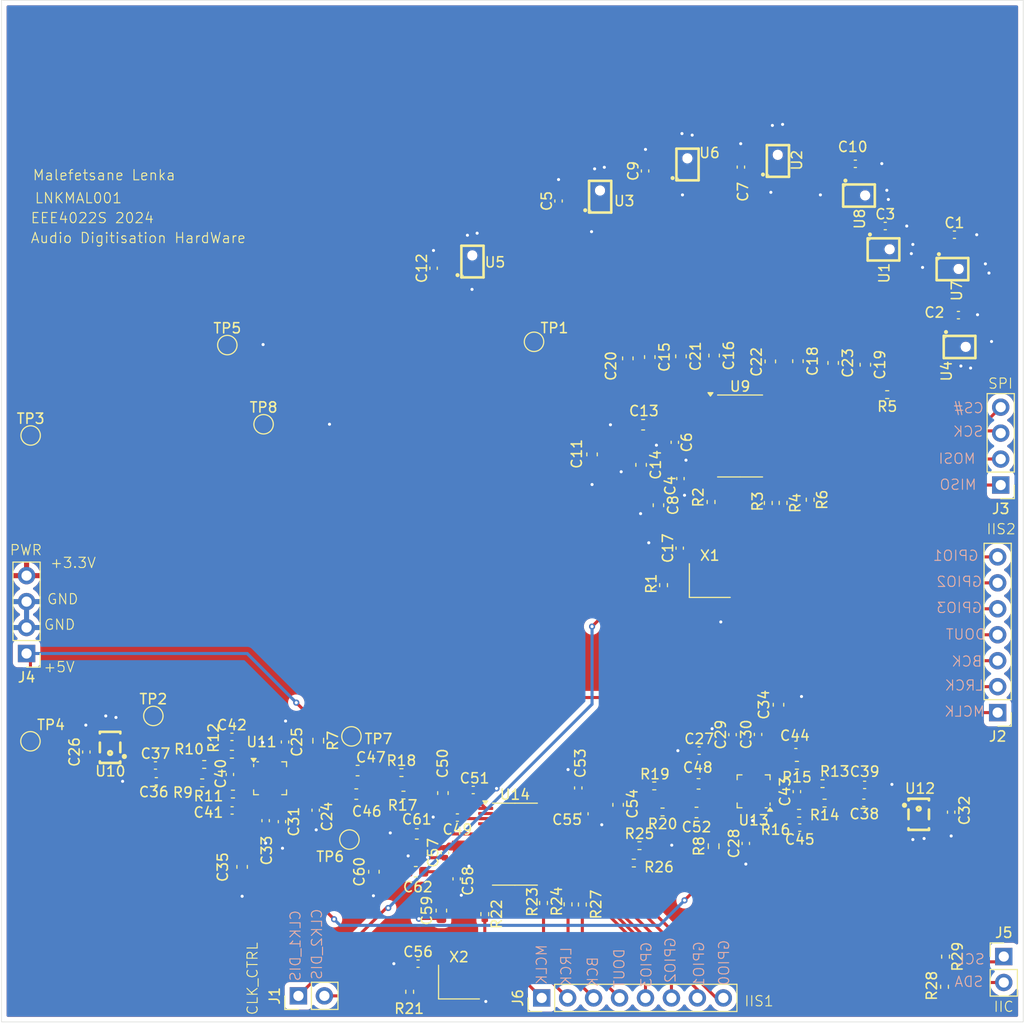
<source format=kicad_pcb>
(kicad_pcb (version 20240108) (generator "pcbnew") (generator_version "8.0")
  (layers (0 "F.Cu" signal) (31 "B.Cu" signal) (34 "B.Paste" user) (35 "F.Paste" user) (36 "B.SilkS" user "B.Silkscreen") (37 "F.SilkS" user "F.Silkscreen") (38 "B.Mask" user) (39 "F.Mask" user) (44 "Edge.Cuts" user))
  (net 0 "")
  (net 1 "+3.3V")
  (net 2 "GND")
  (net 3 "/ADC/VREF")
  (net 4 "/ADC/LDO")
  (net 5 "/ADC/VINL1")
  (net 6 "/ADC/L1")
  (net 7 "/ADC/L2")
  (net 8 "/ADC/VINL2")
  (net 9 "/ADC/VINL3")
  (net 10 "/ADC/L3")
  (net 11 "/ADC/L4")
  (net 12 "/ADC/VINL4")
  (net 13 "/ADC/VINR1")
  (net 14 "/ADC/R1")
  (net 15 "/ADC/R2")
  (net 16 "/ADC/VINR2")
  (net 17 "/ADC/R3")
  (net 18 "/ADC/VINR3")
  (net 19 "/ADC/R4")
  (net 20 "/ADC/VINR4")
  (net 21 "+5V")
  (net 22 "Net-(U11B-VCOM)")
  (net 23 "Net-(U11B--VCLAMP)")
  (net 24 "/Amplifiers/MIC2P")
  (net 25 "Net-(U11A-IN-)")
  (net 26 "Net-(U11A-IN+)")
  (net 27 "Net-(U11A-FB+)")
  (net 28 "/Amplifiers/MIC1IN")
  (net 29 "Net-(U11A-FB-)")
  (net 30 "Net-(C36-Pad2)")
  (net 31 "/Amplifiers/MIC2IN")
  (net 32 "Net-(C37-Pad2)")
  (net 33 "Net-(U11B-DIS#)")
  (net 34 "/Amplifiers/MIC1P")
  (net 35 "/ADC/INTB")
  (net 36 "/ADC/DOUT")
  (net 37 "/ADC/LRCK")
  (net 38 "/ADC/BCK")
  (net 39 "/ADC/INTA")
  (net 40 "/ADC/INTC")
  (net 41 "/ADC/MCLK")
  (net 42 "/ADC/MISO")
  (net 43 "/ADC/CS")
  (net 44 "/ADC/MOSI")
  (net 45 "/ADC/SCK")
  (net 46 "Net-(U9-MCLK)")
  (net 47 "Net-(U9-LRCK)")
  (net 48 "Net-(U9-BCK)")
  (net 49 "Net-(U9-MDO)")
  (net 50 "Net-(U9-DOUT)")
  (net 51 "Net-(U11A-OUT+)")
  (net 52 "Net-(U11A-OUT-)")
  (net 56 "/Amplifiers/MIC1M")
  (net 57 "/Amplifiers/MIC2M")
  (net 58 "/Diff_ADC/SCL")
  (net 59 "/Diff_ADC/SDA")
  (net 60 "/Diff_ADC/MCLK")
  (net 61 "/Diff_ADC/BCK")
  (net 62 "/Diff_ADC/INTC")
  (net 63 "/Diff_ADC/INTB")
  (net 64 "/Diff_ADC/GPIO0")
  (net 65 "/Diff_ADC/INTA")
  (net 66 "/Diff_ADC/LRCK")
  (net 67 "/Diff_ADC/DOUT")
  (net 68 "/Diff_ADC/CLK_DIS2")
  (net 69 "/ADC/CLK_DIS1")
  (net 70 "Net-(U13B-VCOM)")
  (net 71 "Net-(U13B--VCLAMP)")
  (net 72 "Net-(C38-Pad2)")
  (net 73 "Net-(C39-Pad2)")
  (net 74 "Net-(U13A-IN-)")
  (net 75 "Net-(U13A-IN+)")
  (net 76 "Net-(U13A-FB+)")
  (net 77 "Net-(U13A-FB-)")
  (net 78 "Net-(C46-Pad2)")
  (net 79 "Net-(C47-Pad2)")
  (net 80 "Net-(U13A-OUT+)")
  (net 81 "Net-(C48-Pad2)")
  (net 82 "Net-(U13A-OUT-)")
  (net 83 "Net-(C52-Pad2)")
  (net 84 "Net-(U14-VREF)")
  (net 85 "Net-(U14-LDO)")
  (net 86 "Net-(U13B-DIS#)")
  (net 87 "Net-(U14-MCLK)")
  (net 88 "Net-(U14-LRCK)")
  (net 89 "Net-(U14-BCK)")
  (net 90 "Net-(U14-MDO)")
  (net 91 "Net-(U14-CS{slash}AD)")
  (net 92 "Net-(U14-DOUT)")
  (footprint "Resistor_SMD:R_0402_1005Metric" (layer "F.Cu") (at 198.01 129.58 180)
    (property "Reference" "R16")
    (property "Value" "33k" (hide yes))
  )
  (footprint "Capacitor_SMD:C_0603_1608Metric" (layer "F.Cu") (at 204.5 85.675 -90)
    (property "Reference" "C19")
    (property "Value" "10u" (hide yes))
  )
  (footprint "Capacitor_SMD:C_0402_1005Metric" (layer "F.Cu") (at 197.7 122.88 180)
    (property "Reference" "C44")
    (property "Value" "47p" (hide yes))
  )
  (footprint "Capacitor_SMD:C_0402_1005Metric" (layer "F.Cu") (at 164.57 130 180)
    (property "Reference" "C49")
    (property "Value" "220p" (hide yes))
  )
  (footprint "Capacitor_SMD:C_0402_1005Metric" (layer "F.Cu") (at 206.45 72.1)
    (property "Reference" "C3")
    (property "Value" "100n" (hide yes))
  )
  (footprint "Resistor_SMD:R_0402_1005Metric" (layer "F.Cu") (at 176.8 138.51 -90)
    (property "Reference" "R27")
    (property "Value" "22" (hide yes))
  )
  (footprint "Capacitor_SMD:C_0402_1005Metric" (layer "F.Cu") (at 192.8 132.53 90)
    (property "Reference" "C28")
    (property "Value" "100n" (hide yes))
  )
  (footprint "Capacitor_SMD:C_0603_1608Metric" (layer "F.Cu") (at 195.2 85.35 -90)
    (property "Reference" "C22")
    (property "Value" "10u" (hide yes))
  )
  (footprint "Capacitor_SMD:C_0402_1005Metric" (layer "F.Cu") (at 163.35 133.45 90)
    (property "Reference" "C57")
    (property "Value" "100n" (hide yes))
  )
  (footprint "Capacitor_SMD:C_0603_1608Metric" (layer "F.Cu") (at 196 118.955 90)
    (property "Reference" "C34")
    (property "Value" "10u" (hide yes))
  )
  (footprint "TestPoint:TestPoint_Pad_D1.5mm" (layer "F.Cu") (at 172.07 83.43)
    (property "Reference" "TP1")
    (property "Value" "TestPoint" (hide yes))
  )
  (footprint "Capacitor_SMD:C_0603_1608Metric" (layer "F.Cu") (at 201.35 85.5 -90)
    (property "Reference" "C23")
    (property "Value" "10u" (hide yes))
  )
  (footprint "Capacitor_SMD:C_0402_1005Metric" (layer "F.Cu") (at 128.25 123.579975 90)
    (property "Reference" "C26")
    (property "Value" "100n" (hide yes))
  )
  (footprint "Capacitor_SMD:C_0603_1608Metric" (layer "F.Cu") (at 156.4 135.3 90)
    (property "Reference" "C60")
    (property "Value" "10u" (hide yes))
  )
  (footprint "Capacitor_SMD:C_0603_1608Metric" (layer "F.Cu") (at 154.8 125.4)
    (property "Reference" "C47")
    (property "Value" "10u" (hide yes))
  )
  (footprint "Resistor_SMD:R_0402_1005Metric" (layer "F.Cu") (at 184.65 129.45 180)
    (property "Reference" "R20")
    (property "Value" "47" (hide yes))
  )
  (footprint "footprints:MIC-SMD_4P-L2.8-W1.9_MSM38A2718Z9BM3" (layer "F.Cu") (at 213.079464 76.299987 90)
    (property "Reference" "U7")
    (property "Value" "WMM7027ABSN0-4_TR" (hide yes))
  )
  (footprint "Capacitor_SMD:C_0402_1005Metric" (layer "F.Cu") (at 135.1 126.45)
    (property "Reference" "C36")
    (property "Value" "4.7u" (hide yes))
  )
  (footprint "Capacitor_SMD:C_0402_1005Metric" (layer "F.Cu") (at 166.12 127.3 180)
    (property "Reference" "C51")
    (property "Value" "220p" (hide yes))
  )
  (footprint "footprints:MIC-SMD_4P-L2.8-W1.9_MSM38A2718Z9BM3" (layer "F.Cu") (at 178.529045 69.174346 180)
    (property "Reference" "U3")
    (property "Value" "WMM7027ABSN0-4_TR" (hide yes))
  )
  (footprint "Resistor_SMD:R_0402_1005Metric" (layer "F.Cu") (at 142.6 127.7)
    (property "Reference" "R11")
    (property "Value" "33k" (hide yes))
  )
  (footprint "Resistor_SMD:R_0402_1005Metric" (layer "F.Cu") (at 181.84 134.45)
    (property "Reference" "R26")
    (property "Value" "10k" (hide yes))
  )
  (footprint "footprints:MIC-SMD_4P-L2.8-W1.9_MSM38A2718Z9BM3" (layer "F.Cu") (at 166.029045 75.524346 180)
    (property "Reference" "U5")
    (property "Value" "WMM7027ABSN0-4_TR" (hide yes))
  )
  (footprint "Capacitor_SMD:C_0603_1608Metric" (layer "F.Cu") (at 143.5 134.825 -90)
    (property "Reference" "C35")
    (property "Value" "10u" (hide yes))
  )
  (footprint "TestPoint:TestPoint_Pad_D1.5mm" (layer "F.Cu") (at 145.6 91.5)
    (property "Reference" "TP8")
    (property "Value" "TestPoint")
  )
  (footprint "Capacitor_SMD:C_0603_1608Metric" (layer "F.Cu") (at 188.175 126.7 180)
    (property "Reference" "C48")
    (property "Value" "10u" (hide yes))
  )
  (footprint "Package_CSP:LFCSP-16-1EP_3x3mm_P0.5mm_EP1.6x1.6mm" (layer "F.Cu") (at 146.2375 126.15)
    (property "Reference" "U11")
    (property "Value" "ADA4945-1ACPZ-R7" (hide yes))
  )
  (footprint "Resistor_SMD:R_0402_1005Metric" (layer "F.Cu") (at 159.29 127.8)
    (property "Reference" "R17")
    (property "Value" "47" (hide yes))
  )
  (footprint "Capacitor_SMD:C_0402_1005Metric" (layer "F.Cu") (at 145.8 130.3 -90)
    (property "Reference" "C33")
    (property "Value" "100n" (hide yes))
  )
  (footprint "Resistor_SMD:R_0402_1005Metric" (layer "F.Cu") (at 196.45 99.2 -90)
    (property "Reference" "R4")
    (property "Value" "22" (hide yes))
  )
  (footprint "Resistor_SMD:R_0603_1608Metric" (layer "F.Cu") (at 150.95 122.475 -90)
    (property "Reference" "R7")
    (property "Value" "1k" (hide yes))
  )
  (footprint "Crystal:Crystal_SMD_3225-4Pin_3.2x2.5mm" (layer "F.Cu") (at 164.725 146.1)
    (property "Reference" "X2")
    (property "Value" "ASCO")
  )
  (footprint "footprints:MIC-SMD_4P-L2.8-W1.9_MSM38A2718Z9BM3" (layer "F.Cu") (at 187.079045 66.024346 180)
    (property "Reference" "U6")
    (property "Value" "WMM7027ABSN0-4_TR" (hide yes))
  )
  (footprint "Capacitor_SMD:C_0402_1005Metric" (layer "F.Cu") (at 162.24 76.23 90)
    (property "Reference" "C12")
    (property "Value" "100n" (hide yes))
  )
  (footprint "Capacitor_SMD:C_0402_1005Metric" (layer "F.Cu") (at 186.33 103.63 90)
    (property "Reference" "C17")
    (property "Value" "100n" (hide yes))
  )
  (footprint "Resistor_SMD:R_0402_1005Metric" (layer "F.Cu") (at 182.39 132.75)
    (property "Reference" "R25")
    (property "Value" "10k" (hide yes))
  )
  (footprint "Connector_PinHeader_2.54mm:PinHeader_1x04_P2.54mm_Vertical" (layer "F.Cu") (at 217.75 97.45 180)
    (property "Reference" "J3")
    (property "Value" "SPI")
  )
  (footprint "Capacitor_SMD:C_0402_1005Metric" (layer "F.Cu") (at 177 129.63 90)
    (property "Reference" "C55")
    (property "Value" "220p" (hide yes))
  )
  (footprint "Capacitor_SMD:C_0603_1608Metric" (layer "F.Cu") (at 183.4 84.925 -90)
    (property "Reference" "C15")
    (property "Value" "10u" (hide yes))
  )
  (footprint "TestPoint:TestPoint_Pad_D1.5mm" (layer "F.Cu") (at 142.05 83.75)
    (property "Reference" "TP5")
    (property "Value" "TestPoint")
  )
  (footprint "footprints:MIC-SMD_4P-L2.8-W1.9_MSM38A2718Z9BM3" (layer "F.Cu") (at 195.926073 65.679464 180)
    (property "Reference" "U2")
    (property "Value" "WMM7027ABSN0-4_TR" (hide yes))
  )
  (footprint "Capacitor_SMD:C_0603_1608Metric" (layer "F.Cu") (at 160.6 131.6)
    (property "Reference" "C61")
    (property "Value" "2.2u" (hide yes))
  )
  (footprint "Capacitor_SMD:C_0402_1005Metric" (layer "F.Cu") (at 198.08 130.98 180)
    (property "Reference" "C45")
    (property "Value" "47p" (hide yes))
  )
  (footprint "Package_SO:TSSOP-30_4.4x7.8mm_P0.5mm" (layer "F.Cu") (at 170.2 132.6)
    (property "Reference" "U14")
    (property "Value" "PCM1862DBTR" (hide yes))
  )
  (footprint "footprints:MIC-SMD_4P-L2.8-W1.9_MSM38A2718Z9BM3" (layer "F.Cu") (at 213.773508 83.921209 90)
    (property "Reference" "U4")
    (property "Value" "WMM7027ABSN0-4_TR" (hide yes))
  )
  (footprint "Capacitor_SMD:C_0603_1608Metric" (layer "F.Cu") (at 189.7 84.775 -90)
    (property "Reference" "C16")
    (property "Value" "10u" (hide yes))
  )
  (footprint "Connector_PinHeader_2.54mm:PinHeader_1x02_P2.54mm_Vertical" (layer "F.Cu") (at 218.05 143.6)
    (property "Reference" "J5")
    (property "Value" "IIC")
  )
  (footprint "Capacitor_SMD:C_0402_1005Metric" (layer "F.Cu") (at 213.22 72.95)
    (property "Reference" "C1")
    (property "Value" "100n" (hide yes))
  )
  (footprint "Resistor_SMD:R_0402_1005Metric" (layer "F.Cu") (at 175.4 138.49 -90)
    (property "Reference" "R24")
    (property "Value" "22" (hide yes))
  )
  (footprint "Package_SO:TSSOP-30_4.4x7.8mm_P0.5mm" (layer "F.Cu") (at 192.2375 92.65)
    (property "Reference" "U9")
    (property "Value" "PCM1862DBTR" (hide yes))
  )
  (footprint "Resistor_SMD:R_0402_1005Metric" (layer "F.Cu") (at 206.64 88.6 180)
    (property "Reference" "R5")
    (property "Value" "10k" (hide yes))
  )
  (footprint "Capacitor_SMD:C_0402_1005Metric" (layer "F.Cu") (at 197.8 127.46 90)
    (property "Reference" "C43")
    (property "Value" "100p" (hide yes))
  )
  (footprint "Capacitor_SMD:C_0402_1005Metric" (layer "F.Cu") (at 192.32 66.33 90)
    (property "Reference" "C7")
    (property "Value" "100n" (hide yes))
  )
  (footprint "Resistor_SMD:R_0402_1005Metric" (layer "F.Cu") (at 173 138.36 -90)
    (property "Reference" "R23")
    (property "Value" "22" (hide yes))
  )
  (footprint "Resistor_SMD:R_0402_1005Metric" (layer "F.Cu") (at 159.09 125.6)
    (property "Reference" "R18")
    (property "Value" "47" (hide yes))
  )
  (footprint "Capacitor_SMD:C_0402_1005Metric" (layer "F.Cu") (at 147.4 130.4 -90)
    (property "Reference" "C31")
    (property "Value" "100n" (hide yes))
  )
  (footprint "Resistor_SMD:R_0402_1005Metric" (layer "F.Cu") (at 195 99.21 -90)
    (property "Reference" "R3")
    (property "Value" "22" (hide yes))
  )
  (footprint "Resistor_SMD:R_0402_1005Metric" (layer "F.Cu") (at 167.25 139.45 -90)
    (property "Reference" "R22")
    (property "Value" "22" (hide yes))
  )
  (footprint "Capacitor_SMD:C_0402_1005Metric" (layer "F.Cu") (at 164.5 136 90)
    (property "Reference" "C58")
    (property "Value" "100n" (hide yes))
  )
  (footprint "Capacitor_SMD:C_0603_1608Metric" (layer "F.Cu") (at 177.75 94.45 -90)
    (property "Reference" "C11")
    (property "Value" "10u" (hide yes))
  )
  (footprint "Capacitor_SMD:C_0402_1005Metric" (layer "F.Cu") (at 185.85 93.27 -90)
    (property "Reference" "C6")
    (property "Value" "100n" (hide yes))
  )
  (footprint "Resistor_SMD:R_0402_1005Metric" (layer "F.Cu") (at 189.4 99.11 -90)
    (property "Reference" "R2")
    (property "Value" "22" (hide yes))
  )
  (footprint "Capacitor_SMD:C_0603_1608Metric" (layer "F.Cu") (at 184.25 99.425 -90)
    (property "Reference" "C8")
    (property "Value" "10u" (hide yes))
  )
  (footprint "Capacitor_SMD:C_0402_1005Metric" (layer "F.Cu") (at 212.9 129.47 -90)
    (property "Reference" "C32")
    (property "Value" "100n" (hide yes))
  )
  (footprint "TestPoint:TestPoint_Pad_D1.5mm" (layer "F.Cu") (at 134.81 120.05)
    (property "Reference" "TP2")
    (property "Value" "TestPoint" (hide yes))
  )
  (footprint "Capacitor_SMD:C_0402_1005Metric" (layer "F.Cu") (at 204.35 128.55 180)
    (property "Reference" "C38")
    (property "Value" "4.7u" (hide yes))
  )
  (footprint "Capacitor_SMD:C_0402_1005Metric" (layer "F.Cu") (at 188.23 123.45)
    (property "Reference" "C27")
    (property "Value" "100n" (hide yes))
  )
  (footprint "Connector_PinHeader_2.54mm:PinHeader_1x07_P2.54mm_Vertical" (layer "F.Cu") (at 217.45 119.725 180)
    (property "Reference" "J2")
    (property "Value" "IIS2")
  )
  (footprint "Capacitor_SMD:C_0603_1608Metric" (layer "F.Cu") (at 163.15 127.6 -90)
    (property "Reference" "C50")
    (property "Value" "6.8n" (hide yes))
  )
  (footprint "footprints:MIC-SMD_4P-L2.8-W1.9_MSM38A2718Z9BM3" (layer "F.Cu") (at 206.328372 74.373927 90)
    (property "Reference" "U1")
    (property "Value" "WMM7027ABSN0-4_TR" (hide yes))
  )
  (footprint "Resistor_SMD:R_0402_1005Metric" (layer "F.Cu") (at 159.9 147.05 90)
    (property "Reference" "R21")
    (property "Value" "10k" (hide yes))
  )
  (footprint "Capacitor_SMD:C_0402_1005Metric" (layer "F.Cu") (at 203.52 66.01)
    (property "Reference" "C10")
    (property "Value" "100n" (hide yes))
  )
  (footprint "Capacitor_SMD:C_0603_1608Metric" (layer "F.Cu") (at 163 139.1 90)
    (property "Reference" "C59")
    (property "Value" "10u" (hide yes))
  )
  (footprint "Package_CSP:LFCSP-16-1EP_3x3mm_P0.5mm_EP1.6x1.6mm" (layer "F.Cu") (at 193.5625 127.43 180)
    (property "Reference" "U13")
    (property "Value" "ADA4945-1ACPZ-R7" (hide yes))
  )
  (footprint "Resistor_SMD:R_0402_1005Metric" (layer "F.Cu") (at 184.75 107.25 -90)
    (property "Reference" "R1")
    (property "Value" "10k" (hide yes))
  )
  (footprint "Capacitor_SMD:C_0402_1005Metric" (layer "F.Cu") (at 174.47 69.65 90)
    (property "Reference" "C5")
    (property "Value" "100n" (hide yes))
  )
  (footprint "Resistor_SMD:R_0402_1005Metric" (layer "F.Cu") (at 197.8 124.88 180)
    (property "Reference" "R15")
    (property "Value" "33k")
  )
  (footprint "Capacitor_SMD:C_0603_1608Metric" (layer "F.Cu") (at 154.675 127.7)
    (property "Reference" "C46")
    (property "Value" "10u" (hide yes))
  )
  (footprint "Capacitor_SMD:C_0402_1005Metric" (layer "F.Cu") (at 142.3 125.78 -90)
    (property "Reference" "C40")
    (property "Value" "100p" (hide yes))
  )
  (footprint "Capacitor_SMD:C_0603_1608Metric" (layer "F.Cu") (at 180.3 128.75 90)
    (property "Reference" "C54")
    (property "Value" "6.8n" (hide yes))
  )
  (footprint "Capacitor_SMD:C_0402_1005Metric" (layer "F.Cu") (at 150.7 129.28 90)
    (property "Reference" "C24")
    (property "Value" "100n" (hide yes))
  )
  (footprint "Resistor_SMD:R_0402_1005Metric" (layer "F.Cu") (at 212.25 146.56 90)
    (property "Reference" "R28")
    (property "Value" "4.7k" (hide yes))
  )
  (footprint "Capacitor_SMD:C_0402_1005Metric" (layer "F.Cu") (at 142.52 129.3)
    (property "Reference" "C41")
    (property "Value" "47p" (hide yes))
  )
  (footprint "Capacitor_SMD:C_0603_1608Metric" (layer "F.Cu") (at 197.9 85.325 -90)
    (property "Reference" "C18")
    (property "Value" "10u" (hide yes))
  )
  (footprint "Resistor_SMD:R_0402_1005Metric" (layer "F.Cu") (at 200.51 128.58 180)
    (property "Reference" "R14")
    (property "Value" "1.2k" (hide yes))
  )
  (footprint "Resistor_SMD:R_0402_1005Metric" (layer "F.Cu") (at 212.35 143.61 -90)
    (property "Reference" "R29")
    (property "Value" "4.7k" (hide yes))
  )
  (footprint "footprints:MIC-SMD_4P-L2.8-W1.9-P1.84-TL" (layer "F.Cu") (at 130.574981 123.055004 180)
    (property "Reference" "U10")
    (property "Value" "ZTS6216" (hide yes))
  )
  (footprint "Connector_PinHeader_2.54mm:PinHeader_1x08_P2.54mm_Vertical" (layer "F.Cu") (at 172.82 147.65 90)
    (property "Reference" "J6")
    (property "Value" "IIS1")
  )
  (footprint "Capacitor_SMD:C_0603_1608Metric" (layer "F.Cu") (at 187.975 129.5 180)
    (property "Reference" "C52")
    (property "Value" "10u" (hide yes))
  )
  (footprint "Capacitor_SMD:C_0603_1608Metric" (layer "F.Cu") (at 182.55 95.475 -90)
    (property "Reference" "C14")
    (property "Value" "2.2u" (hide yes))
  )
  (footprint "TestPoint:TestPoint_Pad_D1.5mm" (layer "F.Cu") (at 154.2 122.05)
    (property "Reference" "TP7")
    (property "Value" "TestPoint" (hide yes))
  )
  (footprint "Resistor_SMD:R_0402_1005Metric" (layer "F.Cu") (at 142.5 123.8)
    (property "Reference" "R12")
    (property "Value" "33k" (hide yes))
  )
  (footprint "Capacitor_SMD:C_0402_1005Metric" (layer "F.Cu") (at 182.94 66.71 90)
    (property "Reference" "C9")
    (property "Value" "100n" (hide yes))
  )
  (footprint "Capacitor_SMD:C_0402_1005Metric" (layer "F.Cu") (at 194 121.86 90)
    (property "Reference" "C30")
    (property "Value" "100n" (hide yes))
  )
  (footprint "footprints:MIC-SMD_4P-L2.8-W1.9-P1.84-TL" (layer "F.Cu") (at 209.724981 129.755029)
    (property "Reference" "U12")
    (property "Value" "ZTS6216" (hide yes))
  )
  (footprint "Capacitor_SMD:C_0402_1005Metric" (layer "F.Cu") (at 213.61 80.82)
    (property "Reference" "C2")
    (property "Value" "100n" (hide yes))
  )
  (footprint "footprints:MIC-SMD_4P-L2.8-W1.9_MSM38A2718Z9BM3" (layer "F.Cu") (at 203.929464 69.099987 90)
    (property "Reference" "U8")
    (property "Value" "WMM7027ABSN0-4_TR" (hide yes))
  )
  (footprint "Capacitor_SMD:C_0603_1608Metric" (layer "F.Cu") (at 186.45 84.85 -90)
    (property "Reference" "C21")
    (property "Value" "10u" (hide yes))
  )
  (footprint "Resistor_SMD:R_0402_1005Metric" (layer "F.Cu") (at 139.79 124.8)
    (property "Reference" "R10")
    (property "Value" "1.2k" (hide yes))
  )
  (footprint "Crystal:Crystal_SMD_3225-4Pin_3.2x2.5mm" (layer "F.Cu") (at 189.275 106.8)
    (property "Reference" "X1")
    (property "Value" "ASCO")
  )
  (footprint "Resistor_SMD:R_0402_1005Metric" (layer "F.Cu") (at 199.1 98.89 -90)
    (property "Reference" "R6")
    (property "Value" "22" (hide yes))
  )
  (footprint "Capacitor_SMD:C_0402_1005Metric" (layer "F.Cu") (at 135.02 124.9)
    (property "Reference" "C37")
    (property "Value" "4.7u" (hide yes))
  )
  (footprint "Resistor_SMD:R_0402_1005Metric" (layer "F.Cu") (at 139.59 126.6)
    (property "Reference" "R9")
    (property "Value" "1.2k" (hide yes))
  )
  (footprint "Connector_PinHeader_2.54mm:PinHeader_1x02_P2.54mm_Vertical" (layer "F.Cu") (at 149.01 147.45 90)
    (property "Reference" "J1")
    (property "Value" "OSC_DIS")
  )
  (footprint "Connector_PinHeader_2.54mm:PinHeader_1x04_P2.54mm_Vertical" (layer "F.Cu") (at 122.4 113.94 180)
    (property "Reference" "J4")
    (property "Value" "PWR")
  )
  (footprint "Resistor_SMD:R_0603_1608Metric" (layer "F.Cu") (at 189.65 132.8 90)
    (property "Reference" "R8")
    (property "Value" "1k" (hide yes))
  )
  (footprint "Resistor_SMD:R_0402_1005Metric" (layer "F.Cu") (at 200.31 126.68 180)
    (property "Reference" "R13")
    (property "Value" "1.2k" (hide yes))
  )
  (footprint "Capacitor_SMD:C_0402_1005Metric" (layer "F.Cu") (at 147.7 122.6 -90)
    (property "Reference" "C25")
    (property "Value" "100n" (hide yes))
  )
  (footprint "Capacitor_SMD:C_0603_1608Metric" (layer "F.Cu") (at 182.75 91.55 180)
    (property "Reference" "C13")
    (property "Value" "2.2u" (hide yes))
  )
  (footprint "Capacitor_SMD:C_0603_1608Metric" (layer "F.Cu") (at 181.25 85.05 -90)
    (property "Reference" "C20")
    (property "Value" "10u" (hide yes))
  )
  (footprint "Capacitor_SMD:C_0402_1005Metric" (layer "F.Cu") (at 176.4 127.1 90)
    (property "Reference" "C53")
    (property "Value" "220p" (hide yes))
  )
  (footprint "Capacitor_SMD:C_0402_1005Metric" (layer "F.Cu") (at 186.4 96.82 -90)
    (property "Reference" "C4")
    (property "Value" "100n" (hide yes))
  )
  (footprint "TestPoint:TestPoint_Pad_D1.5mm" (layer "F.Cu") (at 122.78 122.53)
    (property "Reference" "TP4")
    (property "Value" "TestPoint" (hide yes))
  )
  (footprint "Capacitor_SMD:C_0402_1005Metric" (layer "F.Cu") (at 204.43 126.8 180)
    (property "Reference" "C39")
    (property "Value" "4.7u" (hide yes))
  )
  (footprint "Capacitor_SMD:C_0402_1005Metric" (layer "F.Cu") (at 142.5 122.1)
    (property "Reference" "C42")
    (property "Value" "47p" (hide yes))
  )
  (footprint "TestPoint:TestPoint_Pad_D1.5mm" (layer "F.Cu") (at 154 132.15)
    (property "Reference" "TP6")
    (property "Value" "TestPoint" (hide yes))
  )
  (footprint "Resistor_SMD:R_0402_1005Metric" (layer "F.Cu") (at 183.84 126.9 180)
    (property "Reference" "R19")
    (property "Value" "47" (hide yes))
  )
  (footprint "Capacitor_SMD:C_0402_1005Metric" (layer "F.Cu") (at 191.5 121.88 90)
    (property "Reference" "C29")
    (property "Value" "100n" (hide yes))
  )
  (footprint "Capacitor_SMD:C_0402_1005Metric" (layer "F.Cu") (at 160.72 144.3)
    (property "Reference" "C56")
    (property "Value" "100n" (hide yes))
  )
  (footprint "Capacitor_SMD:C_0603_1608Metric" (layer "F.Cu") (at 160.5 135.3)
    (property "Reference" "C62")
    (property "Value" "2.2u" (hide yes))
  )
  (footprint "TestPoint:TestPoint_Pad_D1.5mm" (layer "F.Cu") (at 122.8 92.6)
    (property "Reference" "TP3")
    (property "Value" "TestPoint")
  )
  (gr_rect (start 119.95 50) (end 219.95 150) (stroke (width 0.05)) (fill none) (layer "Edge.Cuts"))
  (gr_text "GPIO0" (at 191.25 141.9 90) (layer "B.SilkS") (effects (font (size 1 1) (thickness 0.1)) (justify left bottom mirror)))
  (gr_text "GPIO1" (at 215.65 104.95 0) (layer "B.SilkS") (effects (font (size 1 1) (thickness 0.1)) (justify left bottom mirror)))
  (gr_text "LRCK" (at 175.8 142.6 90) (layer "B.SilkS") (effects (font (size 1 1) (thickness 0.1)) (justify left bottom mirror)))
  (gr_text "LRCK" (at 216.15 117.65 0) (layer "B.SilkS") (effects (font (size 1 1) (thickness 0.1)) (justify left bottom mirror)))
  (gr_text "GPIO3" (at 216 110.05 0) (layer "B.SilkS") (effects (font (size 1 1) (thickness 0.1)) (justify left bottom mirror)))
  (gr_text "DOUT" (at 181 142.75 90) (layer "B.SilkS") (effects (font (size 1 1) (thickness 0.1)) (justify left bottom mirror)))
  (gr_text "MISO" (at 215.45 98 0) (layer "B.SilkS") (effects (font (size 1 1) (thickness 0.1)) (justify left bottom mirror)))
  (gr_text "SDA" (at 216.1 146.65 0) (layer "B.SilkS") (effects (font (size 1 1) (thickness 0.1)) (justify left bottom mirror)))
  (gr_text "SCL" (at 216.25 144.45 0) (layer "B.SilkS") (effects (font (size 1 1) (thickness 0.1)) (justify left bottom mirror)))
  (gr_text "GPIO3\n" (at 183.65 142.1 90) (layer "B.SilkS") (effects (font (size 1 1) (thickness 0.1)) (justify left bottom mirror)))
  (gr_text "BCK" (at 178.4 143.55 90) (layer "B.SilkS") (effects (font (size 1 1) (thickness 0.1)) (justify left bottom mirror)))
  (gr_text "DOUT" (at 216.3 112.65 0) (layer "B.SilkS") (effects (font (size 1 1) (thickness 0.1)) (justify left bottom mirror)))
  (gr_text "MCLK\n" (at 173.4 142.35 90) (layer "B.SilkS") (effects (font (size 1 1) (thickness 0.1)) (justify left bottom mirror)))
  (gr_text "CLK1_DIS" (at 149.3 139 90) (layer "B.SilkS") (effects (font (size 1 1) (thickness 0.1)) (justify left bottom mirror)))
  (gr_text "BCK" (at 216 115.3 0) (layer "B.SilkS") (effects (font (size 1 1) (thickness 0.1)) (justify left bottom mirror)))
  (gr_text "CS#" (at 216.15 90.5 0) (layer "B.SilkS") (effects (font (size 1 1) (thickness 0.1)) (justify left bottom mirror)))
  (gr_text "GPIO2" (at 216 107.5 0) (layer "B.SilkS") (effects (font (size 1 1) (thickness 0.1)) (justify left bottom mirror)))
  (gr_text "SCK\n" (at 216.1 92.8 0) (layer "B.SilkS") (effects (font (size 1 1) (thickness 0.1)) (justify left bottom mirror)))
  (gr_text "CLK2_DIS" (at 151.4 138.85 90) (layer "B.SilkS") (effects (font (size 1 1) (thickness 0.1)) (justify left bottom mirror)))
  (gr_text "GPIO2" (at 186 141.65 90) (layer "B.SilkS") (effects (font (size 1 1) (thickness 0.1)) (justify left bottom mirror)))
  (gr_text "MCLK\n" (at 216.25 120.2 0) (layer "B.SilkS") (effects (font (size 1 1) (thickness 0.1)) (justify left bottom mirror)))
  (gr_text "MOSI" (at 215.35 95.45 0) (layer "B.SilkS") (effects (font (size 1 1) (thickness 0.1)) (justify left bottom mirror)))
  (gr_text "GPIO1" (at 188.8 142.05 90) (layer "B.SilkS") (effects (font (size 1 1) (thickness 0.1)) (justify left bottom mirror)))
  (gr_text "IIS1" (at 192.6 148.55 0) (layer "F.SilkS") (effects (font (size 1 1) (thickness 0.1)) (justify left bottom)))
  (gr_text "GND\n" (at 124.35 109.2 0) (layer "F.SilkS") (effects (font (size 1 1) (thickness 0.1)) (justify left bottom)))
  (gr_text "LNKMAL001\n" (at 123.15 69.95 0) (layer "F.SilkS") (effects (font (size 1 1) (thickness 0.1)) (justify left bottom)))
  (gr_text "+3.3V" (at 124.65 105.65 0) (layer "F.SilkS") (effects (font (size 1 1) (thickness 0.1)) (justify left bottom)))
  (gr_text "GND" (at 124.05 111.7 0) (layer "F.SilkS") (effects (font (size 1 1) (thickness 0.1)) (justify left bottom)))
  (gr_text "PWR" (at 120.7 104.4 0) (layer "F.SilkS") (effects (font (size 1 1) (thickness 0.1)) (justify left bottom)))
  (gr_text "CLK_CTRL" (at 145.1 149.4 90) (layer "F.SilkS") (effects (font (size 1 1) (thickness 0.1)) (justify left bottom)))
  (gr_text "+5V" (at 124 115.85 0) (layer "F.SilkS") (effects (font (size 1 1) (thickness 0.1)) (justify left bottom)))
  (gr_text "Malefetsane Lenka" (at 122.95 67.7 0) (layer "F.SilkS") (effects (font (size 1 1) (thickness 0.1)) (justify left bottom)))
  (gr_text "EEE4022S 2024" (at 122.75 71.9 0) (layer "F.SilkS") (effects (font (size 1 1) (thickness 0.1)) (justify left bottom)))
  (gr_text "IIC" (at 217 149.1 0) (layer "F.SilkS") (effects (font (size 1 1) (thickness 0.1)) (justify left bottom)))
  (gr_text "SPI" (at 216.45 88.1 0) (layer "F.SilkS") (effects (font (size 1 1) (thickness 0.1)) (justify left bottom)))
  (gr_text "IIS2" (at 216.3 102.35 0) (layer "F.SilkS") (effects (font (size 1 1) (thickness 0.1)) (justify left bottom)))
  (gr_text "Audio Digitisation HardWare" (at 122.75 73.85 0) (layer "F.SilkS") (effects (font (size 1 1) (thickness 0.1)) (justify left bottom)))
  (segment (start 202.9 68.45) (end 202.9 66.15) (width 0.3) (layer "F.Cu") (net 1))
  (segment (start 185.99 92.65) (end 185.85 92.79) (width 0.3) (layer "F.Cu") (net 1))
  (segment (start 192.421072 66.708928) (end 192.32 66.81) (width 0.3) (layer "F.Cu") (net 1))
  (segment (start 212.05 75.65) (end 212.05 73.64) (width 0.3) (layer "F.Cu") (net 1))
  (segment (start 187.09 95.65) (end 186.4 96.34) (width 0.3) (layer "F.Cu") (net 1))
  (segment (start 184.33 106.32) (end 184.75 106.74) (width 0.3) (layer "F.Cu") (net 1))
  (segment (start 167.3375 132.6) (end 163.72 132.6) (width 0.3) (layer "F.Cu") (net 1))
  (segment (start 183.07619 67.05381) (end 182.94 67.19) (width 0.3) (layer "F.Cu") (net 1))
  (segment (start 186.429058 67.05381) (end 183.07619 67.05381) (width 0.3) (layer "F.Cu") (net 1))
  (segment (start 195.276086 66.708928) (end 192.421072 66.708928) (width 0.3) (layer "F.Cu") (net 1))
  (segment (start 212.05 73.64) (end 212.74 72.95) (width 0.3) (layer "F.Cu") (net 1))
  (segment (start 167.3375 135.6) (end 164.58 135.6) (width 0.3) (layer "F.Cu") (net 1))
  (segment (start 163.72 132.6) (end 163.35 132.97) (width 0.3) (layer "F.Cu") (net 1))
  (segment (start 165.379058 76.55381) (end 162.39619 76.55381) (width 0.3) (layer "F.Cu") (net 1))
  (segment (start 162.39619 76.55381) (end 162.24 76.71) (width 0.3) (layer "F.Cu") (net 1))
  (segment (start 189.375 95.15) (end 189.375 95.65) (width 0.3) (layer "F.Cu") (net 1))
  (segment (start 202.9 66.15) (end 203.04 66.01) (width 0.3) (layer "F.Cu") (net 1))
  (segment (start 128.25 124.059975) (end 130.039987 124.059975) (width 0.3) (layer "F.Cu") (net 1))
  (segment (start 122.4 106.32) (end 184.33 106.32) (width 0.3) (layer "F.Cu") (net 1))
  (segment (start 174.47 70.13) (end 177.805248 70.13) (width 0.3) (layer "F.Cu") (net 1))
  (segment (start 167.3375 135.1) (end 167.3375 135.6) (width 0.3) (layer "F.Cu") (net 1))
  (segment (start 164.58 135.6) (end 164.5 135.52) (width 0.3) (layer "F.Cu") (net 1))
  (segment (start 130.039987 124.059975) (end 130.049962 124.05) (width 0.3) (layer "F.Cu") (net 1))
  (segment (start 189.375 92.65) (end 185.99 92.65) (width 0.3) (layer "F.Cu") (net 1))
  (segment (start 177.805248 70.13) (end 177.879058 70.20381) (width 0.3) (layer "F.Cu") (net 1))
  (segment (start 189.375 95.65) (end 187.09 95.65) (width 0.3) (layer "F.Cu") (net 1))
  (segment (start 186.33 103.15) (end 183.35 103.15) (width 0.3) (layer "F.Cu") (net 2))
  (segment (start 165.429032 75.276632) (end 165.429032 74.670968) (width 0.2) (layer "F.Cu") (net 2))
  (segment (start 191.5 121.4) (end 189.6 121.4) (width 0.3) (layer "F.Cu") (net 2))
  (segment (start 192.8 133.01) (end 192.8 134.55) (width 0.3) (layer "F.Cu") (net 2))
  (segment (start 215.44 80.82) (end 215.48 80.78) (width 0.3) (layer "F.Cu") (net 2))
  (segment (start 166.6 127.3) (end 168.25 127.3) (width 0.3) (layer "F.Cu") (net 2))
  (segment (start 167.3375 132.1) (end 168.17812 132.1) (width 0.3) (layer "F.Cu") (net 2))
  (segment (start 182.94 64.64) (end 182.98 64.6) (width 0.3) (layer "F.Cu") (net 2))
  (segment (start 145.8 130.78) (end 145.8 132.5) (width 0.3) (layer "F.Cu") (net 2))
  (segment (start 146.2375 124.9625) (end 146.4875 124.7125) (width 0.3) (layer "F.Cu") (net 2))
  (segment (start 128.25 121) (end 128.2 120.95) (width 0.3) (layer "F.Cu") (net 2))
  (segment (start 204.958928 69.523914) (end 206.726086 69.523914) (width 0.2) (layer "F.Cu") (net 2))
  (segment (start 214.802972 85.997028) (end 214.8 86) (width 0.2) (layer "F.Cu") (net 2))
  (segment (start 162.24 75.75) (end 162.24 74.5) (width 0.3) (layer "F.Cu") (net 2))
  (segment (start 147.7 120.6) (end 147.75 120.55) (width 0.3) (layer "F.Cu") (net 2))
  (segment (start 198.22 118.18) (end 198.25 118.15) (width 0.3) (layer "F.Cu") (net 2))
  (segment (start 190.21562 92.15) (end 190.4625 92.39688) (width 0.3) (layer "F.Cu") (net 2))
  (segment (start 165.605118 75.452718) (end 165.429032 75.276632) (width 0.2) (layer "F.Cu") (net 2))
  (segment (start 164.5 137.15) (end 164.95 137.6) (width 0.3) (layer "F.Cu") (net 2))
  (segment (start 182.9 132.75) (end 185.5 132.75) (width 0.3) (layer "F.Cu") (net 2))
  (segment (start 204 66.01) (end 206.09 66.01) (width 0.3) (layer "F.Cu") (net 2))
  (segment (start 206.09 66.01) (end 206.11 65.99) (width 0.3) (layer "F.Cu") (net 2))
  (segment (start 204.90381 68.620942) (end 206.579058 68.620942) (width 0.2) (layer "F.Cu") (net 2))
  (segment (start 180.7 96.25) (end 180.6 96.15) (width 0.3) (layer "F.Cu") (net 2))
  (segment (start 187.502972 64.994882) (end 187.679058 65.170968) (width 0.2) (layer "F.Cu") (net 2))
  (segment (start 213.9 85.75) (end 213.85 85.8) (width 0.2) (layer "F.Cu") (net 2))
  (segment (start 178.952972 68.144882) (end 178.952972 66.352972) (width 0.2) (layer "F.Cu") (net 2))
  (segment (start 190.4625 92.39688) (end 190.4625 94.4875) (width 0.3) (layer "F.Cu") (net 2))
  (segment (start 163.35 133.93) (end 161.68 133.93) (width 0.3) (layer "F.Cu") (net 2))
  (segment (start 186.479032 65.776632) (end 186.655118 65.952718) (width 0.2) (layer "F.Cu") (net 2))
  (segment (start 190.375 107.65) (end 190.375 110.825) (width 0.3) (layer "F.Cu") (net 2))
  (segment (start 192.32 65.85) (end 192.32 64.06) (width 0.3) (layer "F.Cu") (net 2))
  (segment (start 165.85 134.6) (end 165.7 134.75) (width 0.3) (layer "F.Cu") (net 2))
  (segment (start 204.055956 69.578778) (end 204.177178 69.7) (width 0.2) (layer "F.Cu") (net 2))
  (segment (start 212.744044 83.921209) (end 213.421209 83.921209) (width 0.2) (layer "F.Cu") (net 2))
  (segment (start 166.452972 74.494882) (end 166.452972 72.847028) (width 0.2) (layer "F.Cu") (net 2))
  (segment (start 207.05 126.8) (end 207.1 126.75) (width 0.3) (layer "F.Cu") (net 2))
  (segment (start 160.24 144.3) (end 158.35 144.3) (width 0.3) (layer "F.Cu") (net 2))
  (segment (start 147.4 130.88) (end 147.4 132.95) (width 0.3) (layer "F.Cu") (net 2))
  (segment (start 167.3375 134.6) (end 165.85 134.6) (width 0.3) (layer "F.Cu") (net 2))
  (segment (start 206.726086 69.523914) (end 206.75 69.5) (width 0.2) (layer "F.Cu") (net 2))
  (segment (start 214.802972 84.345136) (end 214.802972 85.997028) (width 0.2) (layer "F.Cu") (net 2))
  (segment (start 162.25 130) (end 162.2 129.95) (width 0.3) (layer "F.Cu") (net 2))
  (segment (start 204.177178 69.7) (end 204.782842 69.7) (width 0.2) (layer "F.Cu") (net 2))
  (segment (start 166.452972 72.847028) (end 166.5 72.8) (width 0.2) (layer "F.Cu") (net 2))
  (segment (start 168.425 134.375) (end 168.2 134.6) (width 0.3) (layer "F.Cu") (net 2))
  (segment (start 212.9 129.95) (end 212.9 131.8) (width 0.3) (layer "F.Cu") (net 2))
  (segment (start 130.049962 122.060033) (end 130.049962 120.150038) (width 0.3) (layer "F.Cu") (net 2))
  (segment (start 193.3125 130.15) (end 193.4625 130.3) (width 0.3) (layer "F.Cu") (net 2))
  (segment (start 189.6 121.4) (end 189.5 121.3) (width 0.3) (layer "F.Cu") (net 2))
  (segment (start 212.05 76.299987) (end 210.249987 76.299987) (width 0.3) (layer "F.Cu") (net 2))
  (segment (start 166.029045 78.270955) (end 166 78.3) (width 0.3) (layer "F.Cu") (net 2))
  (segment (start 186.4 97.3) (end 186.4 98.05) (width 0.3) (layer "F.Cu") (net 2))
  (segment (start 216.229058 75.820942) (end 216.25 75.8) (width 0.2) (layer "F.Cu") (net 2))
  (segment (start 128.25 123.099975) (end 128.25 121) (width 0.3) (layer "F.Cu") (net 2))
  (segment (start 184.25 100.2) (end 182.55 100.2) (width 0.3) (layer "F.Cu") (net 2))
  (segment (start 182.94 66.23) (end 182.94 64.64) (width 0.3) (layer "F.Cu") (net 2))
  (segment (start 206.030244 74.373927) (end 206.509035 74.852718) (width 0.2) (layer "F.Cu") (net 2))
  (segment (start 213.932842 75.699974) (end 214.05381 75.820942) (width 0.2) (layer "F.Cu") (net 2))
  (segment (start 159.725 135.3) (end 159.725 133.775) (width 0.3) (layer "F.Cu") (net 2))
  (segment (start 190.3 94.65) (end 189.375 94.65) (width 0.3) (layer "F.Cu") (net 2))
  (segment (start 196.404864 65.552972) (end 196.526086 65.43175) (width 0.2) (layer "F.Cu") (net 2))
  (segment (start 178.952972 66.352972) (end 178.95 66.35) (width 0.2) (layer "F.Cu") (net 2))
  (segment (start 210.249987 76.299987) (end 210.1 76.15) (width 0.3) (layer "F.Cu") (net 2))
  (segment (start 189.375 92.15) (end 190.21562 92.15) (width 0.3) (layer "F.Cu") (net 2))
  (segment (start 184.25 93.75) (end 184.05 93.55) (width 0.3) (layer "F.Cu") (net 2))
  (segment (start 213.932842 76.9) (end 214.108928 76.723914) (width 0.2) (layer "F.Cu") (net 2))
  (segment (start 177.75 95.225) (end 177.75 97.4) (width 0.3) (layer "F.Cu") (net 2))
  (segment (start 179.129058 68.926632) (end 179.129058 68.320968) (width 0.2) (layer "F.Cu") (net 2))
  (segment (start 178.05 68.2) (end 178.05 66.55) (width 0.2) (layer "F.Cu") (net 2))
  (segment (start 192.32 64.06) (end 192.3 64.04) (width 0.3) (layer "F.Cu") (net 2))
  (segment (start 162.24 74.5) (end 162.23 74.49) (width 0.3) (layer "F.Cu") (net 2))
  (segment (start 186.479032 65.170968) (end 186.479032 65.776632) (width 0.2) (layer "F.Cu") (net 2))
  (segment (start 207.357836 74.797854) (end 208.997854 74.797854) (width 0.2) (layer "F.Cu") (net 2))
  (segment (start 182.55 96.25) (end 180.7 96.25) (width 0.3) (layer "F.Cu") (net 2))
  (segment (start 130.049962 120.150038) (end 130.15 120.05) (width 0.3) (layer "F.Cu") (net 2))
  (segment (start 177.929032 68.320968) (end 178.05 68.2) (width 0.2) (layer "F.Cu") (net 2))
  (segment (start 177.929032 68.926632) (end 177.929032 68.320968) (width 0.2) (layer "F.Cu") (net 2))
  (segment (start 178.529045 71.820955) (end 177.7 72.65) (width 0.3) (layer "F.Cu") (net 2))
  (segment (start 191.5 121.4) (end 193.98 121.4) (width 0.3) (layer "F.Cu") (net 2))
  (segment (start 206.576086 74.97394) (end 207.18175 74.97394) (width 0.2) (layer "F.Cu") (net 2))
  (segment (start 193.5625 128.6175) (end 193.3125 128.8675) (width 0.3) (layer "F.Cu") (net 2))
  (segment (start 178.05 66.55) (end 178 66.5) (width 0.2) (layer "F.Cu") (net 2))
  (segment (start 168.425 132.34688) (end 168.425 134.375) (width 0.3) (layer "F.Cu") (net 2))
  (segment (start 214.021222 83.321196) (end 213.845136 83.497282) (width 0.2) (layer "F.Cu") (net 2))
  (segment (start 174.47 69.17) (end 174.47 67.55) (width 0.3) (layer "F.Cu") (net 2))
  (segment (start 195.32606 64.826086) (end 195.447028 64.705118) (width 0.2) (layer "F.Cu") (net 2))
  (segment (start 182.55 100.2) (end 182.5 100.25) (width 0.3) (layer "F.Cu") (net 2))
  (segment (start 195.447028 64.705118) (end 195.447028 62.297028) (width 0.2) (layer "F.Cu") (net 2))
  (segment (start 164.5 136.48) (end 164.5 137.15) (width 0.3) (layer "F.Cu") (net 2))
  (segment (start 187.079045 68.570955) (end 186.6 69.05) (width 0.3) (layer "F.Cu") (net 2))
  (segment (start 131.1 120.25) (end 131.15 120.2) (width 0.3) (layer "F.Cu") (net 2))
  (segment (start 166.3 146.95) (end 167.35 148) (width 0.3) (layer "F.Cu") (net 2))
  (segment (start 213.7 72.95) (end 215.4 72.95) (width 0.3) (layer "F.Cu") (net 2))
  (segment (start 156.4 136.075) (end 156.4 137.6) (width 0.3) (layer "F.Cu") (net 2))
  (segment (start 214.626886 83.321196) (end 214.021222 83.321196) (width 0.2) (layer "F.Cu") (net 2))
  (segment (start 206.579058 68.620942) (end 206.6 68.6) (width 0.2) (layer "F.Cu") (net 2))
  (segment (start 187.079045 67.05381) (end 187.079045 68.570955) (width 0.3) (layer "F.Cu") (net 2))
  (segment (start 185.85 93.75) (end 184.25 93.75) (width 0.3) (layer "F.Cu") (net 2))
  (segment (start 195.926073 66.708928) (end 195.926073 68.123927) (width 0.3) (layer "F.Cu") (net 2))
  (segment (start 145.4875 124.7125) (end 145.9875 124.7125) (width 0.3) (layer "F.Cu") (net 2))
  (segment (start 209.199962 130.75) (end 209.199962 132.100038) (width 0.3) (layer "F.Cu") (net 2))
  (segment (start 206.4 73.95) (end 206.576086 73.773914) (width 0.2) (layer "F.Cu") (net 2))
  (segment (start 214.747854 83.442164) (end 214.626886 83.321196) (width 0.2) (layer "F.Cu") (net 2))
  (segment (start 189.375 94.65) (end 187.309303 94.65) (width 0.3) (layer "F.Cu") (net 2))
  (segment (start 160.825 139.875) (end 160.8 139.9) (width 0.3) (layer "F.Cu") (net 2))
  (segment (start 213.205956 76.778778) (end 213.327178 76.9) (width 0.2) (layer "F.Cu") (net 2))
  (segment (start 187.309303 94.65) (end 186.942301 95.017002) (width 0.3) (layer "F.Cu") (net 2))
  (segment (start 213.327178 76.9) (end 213.932842 76.9) (width 0.2) (layer "F.Cu") (net 2))
  (segment (start 186.4 98.05) (end 186.8 98.45) (width 0.3) (layer "F.Cu") (net 2))
  (segment (start 214.747854 83.442164) (end 216.807836 83.442164) (width 0.2) (layer "F.Cu") (net 2))
  (segment (start 214.108928 76.723914) (end 216.576086 76.723914) (width 0.2) (layer "F.Cu") (net 2))
  (segment (start 204.177178 68.499974) (end 204.782842 68.499974) (width 0.2) (layer "F.Cu") (net 2))
  (segment (start 176.4 126.3) (end 175.4 125.3) (width 0.3) (layer "F.Cu") (net 2))
  (segment (start 145.6 91.5) (end 152.05 91.5) (width 0.3) (layer "F.Cu") (net 2))
  (segment (start 195.32606 65.43175) (end 195.32606 64.826086) (width 0.2) (layer "F.Cu") (net 2))
  (segment (start 147.4 132.95) (end 147.45 133) (width 0.3) (layer "F.Cu") (net 2))
  (segment (start 209.199962 132.100038) (end 209.15 132.15) (width 0.3) (layer "F.Cu") (net 2))
  (segment (start 214.09 80.82) (end 215.44 80.82) (width 0.3) (layer "F.Cu") (net 2))
  (segment (start 159.825 131.6) (end 158.1 131.6) (width 0.3) (layer "F.Cu") (net 2))
  (segment (start 178.105118 69.102718) (end 177.929032 68.926632) (width 0.2) (layer "F.Cu") (net 2))
  (segment (start 179.129058 68.320968) (end 178.952972 68.144882) (width 0.2) (layer "F.Cu") (net 2))
  (segment (start 178.11 130.11) (end 178.7 130.7) (width 0.3) (layer "F.Cu") (net 2))
  (segment (start 158.1 131.6) (end 158 131.5) (width 0.3) (layer "F.Cu") (net 2))
  (segment (start 196 118.18) (end 198.22 118.18) (width 0.3) (layer "F.Cu") (net 2))
  (segment (start 210.25 130.75) (end 210.25 132.05) (width 0.3) (layer "F.Cu") (net 2))
  (segment (start 202.9 69.099987) (end 200.149987 69.099987) (width 0.3) (layer "F.Cu") (net 2))
  (segment (start 214.05381 75.820942) (end 216.229058 75.820942) (width 0.2) (layer "F.Cu") (net 2))
  (segment (start 207.18175 73.773914) (end 207.302718 73.894882) (width 0.2) (layer "F.Cu") (net 2))
  (segment (start 193.5625 127.43) (end 193.5625 128.6175) (width 0.3) (layer "F.Cu") (net 2))
  (segment (start 181.975 91.55) (end 179.55 91.55) (width 0.3) (layer "F.Cu") (net 2))
  (segment (start 142.05 83.75) (end 145.5 83.75) (width 0.3) (layer "F.Cu") (net 2))
  (segment (start 182.9 132.75) (end 182.9 133.9) (width 0.3) (layer "F.Cu") (net 2))
  (segment (start 190.375 110.825) (end 190.35 110.85) (width 0.3) (layer "F.Cu") (net 2))
  (segment (start 216.807836 83.442164) (end 216.85 83.4) (width 0.2) (layer "F.Cu") (net 2))
  (segment (start 193.8125 128.8675) (end 194.3125 128.8675) (width 0.3) (layer "F.Cu") (net 2))
  (segment (start 204.782842 69.7) (end 204.958928 69.523914) (width 0.2) (layer "F.Cu") (net 2))
  (segment (start 179.007836 69.047854) (end 179.129058 68.926632) (width 0.2) (layer "F.Cu") (net 2))
  (segment (start 145.4875 124.7125) (end 145.4875 122.6625) (width 0.3) (layer "F.Cu") (net 2))
  (segment (start 196.526086 64.826086) (end 196.35 64.65) (width 0.2) (layer "F.Cu") (net 2))
  (segment (start 147.7 122.12) (end 147.7 120.6) (width 0.3) (layer "F.Cu") (net 2))
  (segment (start 168.2 134.6) (end 167.3375 134.6) (width 0.3) (layer "F.Cu") (net 2))
  (segment (start 165.55 74.55) (end 165.55 73) (width 0.2) (layer "F.Cu") (net 2))
  (segment (start 213.327178 75.699974) (end 213.932842 75.699974) (width 0.2) (layer "F.Cu") (net 2))
  (segment (start 161.68 133.93) (end 161.65 133.9) (width 0.3) (layer "F.Cu") (net 2))
  (segment (start 195.447028 62.297028) (end 195.4 62.25) (width 0.2) (layer "F.Cu") (net 2))
  (segment (start 186.6 65.05) (end 186.479032 65.170968) (width 0.2) (layer "F.Cu") (net 2))
  (segment (start 177 130.11) (end 178.11 130.11) (width 0.3) (layer "F.Cu") (net 2))
  (segment (start 206.576086 73.773914) (end 207.18175 73.773914) (width 0.2) (layer "F.Cu") (net 2))
  (segment (start 190.4625 94.4875) (end 190.3 94.65) (width 0.3) (layer "F.Cu") (net 2))
  (segment (start 143.5 135.6) (end 143.5 137.7) (width 0.3) (layer "F.Cu") (net 2))
  (segment (start 185.5 132.75) (end 185.55 132.7) (width 0.3) (layer "F.Cu") (net 2))
  (segment (start 205.298908 74.373927) (end 206.030244 74.373927) (width 0.2) (layer "F.Cu") (net 2))
  (segment (start 207.302718 73.894882) (end 209.144882 73.894882) (width 0.2) (layer "F.Cu") (net 2))
  (segment (start 204.001092 68.67606) (end 204.177178 68.499974) (width 0.2) (layer "F.Cu") (net 2))
  (segment (start 206.454864 74.852718) (end 206.576086 74.97394) (width 0.2) (layer "F.Cu") (net 2))
  (segment (start 168.17812 132.1) (end 168.425 132.34688) (width 0.3) (layer "F.Cu") (net 2))
  (segment (start 195.502146 65.607836) (end 195.32606 65.43175) (width 0.2) (layer "F.Cu") (net 2))
  (segment (start 196.35 64.65) (end 196.35 62.2) (width 0.2) (layer "F.Cu") (net 2))
  (segment (start 193.3125 128.8675) (end 193.3125 130.15) (width 0.3) (layer "F.Cu") (net 2))
  (segment (start 166.029045 76.55381) (end 166.029045 78.270955) (width 0.3) (layer "F.Cu") (net 2))
  (segment (start 187.502972 63.247028) (end 187.55 63.2) (width 0.2) (layer "F.Cu") (net 2))
  (segment (start 193.98 121.4) (end 194 121.38) (width 0.3) (layer "F.Cu") (net 2))
  (segment (start 195.926073 68.123927) (end 195.25 68.8) (width 0.3) (layer "F.Cu") (net 2))
  (segment (start 182.9 133.9) (end 182.35 134.45) (width 0.3) (layer "F.Cu") (net 2))
  (segment (start 204.782842 68.499974) (end 204.90381 68.620942) (width 0.2) (layer "F.Cu") (net 2))
  (segment (start 187.679058 65.776632) (end 187.557836 65.897854) (width 0.2) (layer "F.Cu") (net 2))
  (segment (start 196.526086 65.43175) (end 196.526086 64.826086) (width 0.2) (layer "F.Cu") (net 2))
  (segment (start 209.144882 73.894882) (end 209.15 73.9) (width 0.2) (layer "F.Cu") (net 2))
  (segment (start 204.91 126.8) (end 207.05 126.8) (width 0.3) (layer "F.Cu") (net 2))
  (segment (start 176.4 126.62) (end 176.4 126.3) (width 0.3) (layer "F.Cu") (net 2))
  (segment (start 134.62 126.45) (end 131.8 126.45) (width 0.3) (layer "F.Cu") (net 2))
  (segment (start 213.151092 75.87606) (end 213.327178 75.699974) (width 0.2) (layer "F.Cu") (net 2))
  (segment (start 187.502972 64.994882) (end 187.502972 63.247028) (width 0.2) (layer "F.Cu") (net 2))
  (segment (start 131.1 122.060033) (end 131.1 120.25) (width 0.3) (layer "F.Cu") (net 2))
  (segment (start 178.529045 70.20381) (end 178.529045 71.820955) (width 0.3) (layer "F.Cu") (net 2))
  (segment (start 196.35 62.2) (end 196.4 62.15) (width 0.2) (layer "F.Cu") (net 2))
  (segment (start 156.4 137.6) (end 156.35 137.65) (width 0.3) (layer "F.Cu") (net 2))
  (segment (start 166.629058 75.276632) (end 166.629058 74.670968) (width 0.2) (layer "F.Cu") (net 2))
  (segment (start 150.7 131.15) (end 150.75 131.2) (width 0.3) (layer "F.Cu") (net 2))
  (segment (start 187.75 123.45) (end 186.15 123.45) (width 0.3) (layer "F.Cu") (net 2))
  (segment (start 186.6 65.05) (end 186.6 63.1) (width 0.2) (layer "F.Cu") (net 2))
  (segment (start 207.18175 74.97394) (end 207.357836 74.797854) (width 0.2) (layer "F.Cu") (net 2))
  (segment (start 159.725 133.775) (end 159.75 133.75) (width 0.3) (layer "F.Cu") (net 2))
  (segment (start 150.7 129.76) (end 150.7 131.15) (width 0.3) (layer "F.Cu") (net 2))
  (segment (start 200.149987 69.099987) (end 200.1 69.05) (width 0.3) (layer "F.Cu") (net 2))
  (segment (start 206.93 72.1) (end 208.55 72.1) (width 0.3) (layer "F.Cu") (net 2))
  (segment (start 145.4875 122.6625) (end 145.5 122.65) (width 0.3) (layer "F.Cu") (net 2))
  (segment (start 146.2375 126.15) (end 146.2375 124.9625) (width 0.3) (layer "F.Cu") (net 2))
  (segment (start 163 139.875) (end 160.825 139.875) (width 0.3) (layer "F.Cu") (net 2))
  (segment (start 213.421209 83.921209) (end 213.9 84.4) (width 0.2) (layer "F.Cu") (net 2))
  (segment (start 166.507836 75.397854) (end 166.629058 75.276632) (width 0.2) (layer "F.Cu") (net 2))
  (segment (start 168.25 127.3) (end 168.4 127.15) (width 0.3) (layer "F.Cu") (net 2))
  (segment (start 164.09 130) (end 162.25 130) (width 0.3) (layer "F.Cu") (net 2))
  (segment (start 165.825 146.95) (end 166.3 146.95) (width 0.3) (layer "F.Cu") (net 2))
  (segment (start 206.509035 74.852718) (end 206.454864 74.852718) (width 0.2) (layer "F.Cu") (net 2))
  (segment (start 213.9 84.4) (end 213.9 85.75) (width 0.2) (layer "F.Cu") (net 2))
  (segment (start 187.679058 65.170968) (end 187.679058 65.776632) (width 0.2) (layer "F.Cu") (net 2))
  (segment (start 216.576086 76.723914) (end 216.6 76.7) (width 0.2) (layer "F.Cu") (net 2))
  (segment (start 183.35 103.15) (end 183.3 103.1) (width 0.3) (layer "F.Cu") (net 2))
  (segment (start 186.6 63.1) (end 186.55 63.05) (width 0.2) (layer "F.Cu") (net 2))
  (segment (start 166.629058 74.670968) (end 166.452972 74.494882) (width 0.2) (layer "F.Cu") (net 2))
  (segment (start 165.429032 74.670968) (end 165.55 74.55) (width 0.2) (layer "F.Cu") (net 2))
  (segment (start 208.997854 74.797854) (end 209 74.8) (width 0.2) (layer "F.Cu") (net 2))
  (segment (start 145.5 83.75) (end 145.55 83.7) (width 0.3) (layer "F.Cu") (net 2))
  (via (at 147.75 120.55) (size 0.6) (drill 0.3) (layers "F.Cu" "B.Cu") (net 2))
  (via (at 195.4 62.25) (size 0.6) (drill 0.3) (layers "F.Cu" "B.Cu") (net 2))
  (via (at 182.98 64.6) (size 0.6) (drill 0.3) (layers "F.Cu" "B.Cu") (net 2))
  (via (at 168.4 127.15) (size 0.6) (drill 0.3) (layers "F.Cu" "B.Cu") (net 2))
  (via (at 206.6 68.6) (size 0.6) (drill 0.3) (layers "F.Cu" "B.Cu") (net 2))
  (via (at 156.35 137.65) (size 0.6) (drill 0.3) (layers "F.Cu" "B.Cu") (net 2))
  (via (at 185.55 132.7) (size 0.6) (drill 0.3) (layers "F.Cu" "B.Cu") (net 2))
  (via (at 189.5 121.3) (size 0.6) (drill 0.3) (layers "F.Cu" "B.Cu") (net 2))
  (via (at 165.55 73) (size 0.6) (drill 0.3) (layers "F.Cu" "B.Cu") (net 2))
  (via (at 178.7 130.7) (size 0.6) (drill 0.3) (layers "F.Cu" "B.Cu") (net 2))
  (via (at 174.47 67.55) (size 0.6) (drill 0.3) (layers "F.Cu" "B.Cu") (net 2))
  (via (at 186.942301 95.017002) (size 0.6) (drill 0.3) (layers "F.Cu" "B.Cu") (net 2))
  (via (at 131.15 120.2) (size 0.6) (drill 0.3) (layers "F.Cu" "B.Cu") (net 2))
  (via (at 213.85 85.8) (size 0.6) (drill 0.3) (layers "F.Cu" "B.Cu") (net 2))
  (via (at 186.15 123.45) (size 0.6) (drill 0.3) (layers "F.Cu" "B.Cu") (net 2))
  (via (at 206.75 69.5) (size 0.6) (drill 0.3) (layers "F.Cu" "B.Cu") (net 2))
  (via (at 175.4 125.3) (size 0.6) (drill 0.3) (layers "F.Cu" "B.Cu") (net 2))
  (via (at 166 78.3) (size 0.6) (drill 0.3) (layers "F.Cu" "B.Cu") (net 2))
  (via (at 184.05 93.55) (size 0.6) (drill 0.3) (layers "F.Cu" "B.Cu") (net 2))
  (via (at 182.5 100.25) (size 0.6) (drill 0.3) (layers "F.Cu" "B.Cu") (net 2))
  (via (at 145.8 132.5) (size 0.6) (drill 0.3) (layers "F.Cu" "B.Cu") (net 2))
  (via (at 214.8 86) (size 0.6) (drill 0.3) (layers "F.Cu" "B.Cu") (net 2))
  (via (at 207.1 126.75) (size 0.6) (drill 0.3) (layers "F.Cu" "B.Cu") (net 2))
  (via (at 177.75 97.4) (size 0.6) (drill 0.3) (layers "F.Cu" "B.Cu") (net 2))
  (via (at 215.4 72.95) (size 0.6) (drill 0.3) (layers "F.Cu" "B.Cu") (net 2))
  (via (at 209 74.8) (size 0.6) (drill 0.3) (layers "F.Cu" "B.Cu") (net 2))
  (via (at 161.65 133.9) (size 0.6) (drill 0.3) (layers "F.Cu" "B.Cu") (net 2))
  (via (at 165.7 134.75) (size 0.6) (drill 0.3) (layers "F.Cu" "B.Cu") (net 2))
  (via (at 167.35 148) (size 0.6) (drill 0.3) (layers "F.Cu" "B.Cu") (net 2))
  (via (at 216.85 83.4) (size 0.6) (drill 0.3) (layers "F.Cu" "B.Cu") (net 2))
  (via (at 192.8 134.55) (size 0.6) (drill 0.3) (layers "F.Cu" "B.Cu") (net 2))
  (via (at 177.7 72.65) (size 0.6) (drill 0.3) (layers "F.Cu" "B.Cu") (net 2))
  (via (at 195.25 68.8) (size 0.6) (drill 0.3) (layers "F.Cu" "B.Cu") (net 2))
  (via (at 209.15 73.9) (size 0.6) (drill 0.3) (layers "F.Cu" "B.Cu") (net 2))
  (via (at 128.2 120.95) (size 0.6) (drill 0.3) (layers "F.Cu" "B.Cu") (net 2))
  (via (at 145.5 122.65) (size 0.6) (drill 0.3) (layers "F.Cu" "B.Cu") (net 2))
  (via (at 210.1 76.15) (size 0.6) (drill 0.3) (layers "F.Cu" "B.Cu") (net 2))
  (via (at 215.48 80.78) (size 0.6) (drill 0.3) (layers "F.Cu" "B.Cu") (net 2))
  (via (at 158.35 144.3) (size 0.6) (drill 0.3) (layers "F.Cu" "B.Cu") (net 2))
  (via (at 187.55 63.2) (size 0.6) (drill 0.3) (layers "F.Cu" "B.Cu") (net 2))
  (via (at 178.95 66.35) (size 0.6) (drill 0.3) (layers "F.Cu" "B.Cu") (net 2))
  (via (at 131.8 126.45) (size 0.6) (drill 0.3) (layers "F.Cu" "B.Cu") (net 2))
  (via (at 179.55 91.55) (size 0.6) (drill 0.3) (layers "F.Cu" "B.Cu") (net 2))
  (via (at 193.4625 130.3) (size 0.6) (drill 0.3) (layers "F.Cu" "B.Cu") (net 2))
  (via (at 212.9 131.8) (size 0.6) (drill 0.3) (layers "F.Cu" "B.Cu") (net 2))
  (via (at 130.15 120.05) (size 0.6) (drill 0.3) (layers "F.Cu" "B.Cu") (net 2))
  (via (at 178 66.5) (size 0.6) (drill 0.3) (layers "F.Cu" "B.Cu") (net 2))
  (via (at 192.3 64.04) (size 0.6) (drill 0.3) (layers "F.Cu" "B.Cu") (net 2))
  (via (at 200.1 69.05) (size 0.6) (drill 0.3) (layers "F.Cu" "B.Cu") (net 2))
  (via (at 216.6 76.7) (size 0.6) (drill 0.3) (layers "F.Cu" "B.Cu") (net 2))
  (via (at 160.8 139.9) (size 0.6) (drill 0.3) (layers "F.Cu" "B.Cu") (net 2))
  (via (at 150.75 131.2) (size 0.6) (drill 0.3) (layers "F.Cu" "B.Cu") (net 2))
  (via (at 198.25 118.15) (size 0.6) (drill 0.3) (layers "F.Cu" "B.Cu") (net 2))
  (via (at 209.15 132.15) (size 0.6) (drill 0.3) (layers "F.Cu" "B.Cu") (net 2))
  (via (at 162.2 129.95) (size 0.6) (drill 0.3) (layers "F.Cu" "B.Cu") (net 2))
  (via (at 186.55 63.05) (size 0.6) (drill 0.3) (layers "F.Cu" "B.Cu") (net 2))
  (via (at 164.95 137.6) (size 0.6) (drill 0.3) (layers "F.Cu" "B.Cu") (net 2))
  (via (at 145.55 83.7) (size 0.6) (drill 0.3) (layers "F.Cu" "B.Cu") (net 2))
  (via (at 216.25 75.8) (size 0.6) (drill 0.3) (layers "F.Cu" "B.Cu") (net 2))
  (via (at 162.23 74.49) (size 0.6) (drill 0.3) (layers "F.Cu" "B.Cu") (net 2))
  (via (at 143.5 137.7) (size 0.6) (drill 0.3) (layers "F.Cu" "B.Cu") (net 2))
  (via (at 159.75 133.75) (size 0.6) (drill 0.3) (layers "F.Cu" "B.Cu") (net 2))
  (via (at 183.3 103.1) (size 0.6) (drill 0.3) (layers "F.Cu" "B.Cu") (net 2))
  (via (at 208.55 72.1) (size 0.6) (drill 0.3) (layers "F.Cu" "B.Cu") (net 2))
  (via (at 196.4 62.15) (size 0.6) (drill 0.3) (layers "F.Cu" "B.Cu") (net 2))
  (via (at 190.35 110.85) (size 0.6) (drill 0.3) (layers "F.Cu" "B.Cu") (net 2))
  (via (at 147.45 133) (size 0.6) (drill 0.3) (layers "F.Cu" "B.Cu") (net 2))
  (via (at 152.05 91.5) (size 0.6) (drill 0.3) (layers "F.Cu" "B.Cu") (net 2))
  (via (at 186.8 98.45) (size 0.6) (drill 0.3) (layers "F.Cu" "B.Cu") (net 2))
  (via (at 210.25 132.05) (size 0.6) (drill 0.3) (layers "F.Cu" "B.Cu") (net 2))
  (via (at 186.6 69.05) (size 0.6) (drill 0.3) (layers "F.Cu" "B.Cu") (net 2))
  (via (at 158 131.5) (size 0.6) (drill 0.3) (layers "F.Cu" "B.Cu") (net 2))
  (via (at 166.5 72.8) (size 0.6) (drill 0.3) (layers "F.Cu" "B.Cu") (net 2))
  (via (at 180.6 96.15) (size 0.6) (drill 0.3) (layers "F.Cu" "B.Cu") (net 2))
  (via (at 206.11 65.99) (size 0.6) (drill 0.3) (layers "F.Cu" "B.Cu") (net 2))
  (segment (start 183.625 91.65) (end 183.525 91.55) (width 0.3) (layer "F.Cu") (net 3))
  (segment (start 189.375 91.65) (end 183.625 91.65) (width 0.3) (layer "F.Cu") (net 3))
  (segment (start 186.8 94.15) (end 186.25 94.7) (width 0.3) (layer "F.Cu") (net 4))
  (segment (start 189.375 94.15) (end 186.8 94.15) (width 0.3) (layer "F.Cu") (net 4))
  (segment (start 186.25 94.7) (end 182.55 94.7) (width 0.3) (layer "F.Cu") (net 4))
  (segment (start 183.4 84.65) (end 183.4 84.15) (width 0.3) (layer "F.Cu") (net 5))
  (segment (start 179.179032 70.20381) (end 179.179032 75.079032) (width 0.3) (layer "F.Cu") (net 5))
  (segment (start 183.3 84.55) (end 183.4 84.65) (width 0.3) (layer "F.Cu") (net 5))
  (segment (start 179.179032 75.079032) (end 183.3 79.2) (width 0.3) (layer "F.Cu") (net 5))
  (segment (start 183.3 81.53) (end 183.3 84.55) (width 0.3) (layer "F.Cu") (net 5))
  (segment (start 183.3 84.05) (end 183.4 84.15) (width 0.3) (layer "F.Cu") (net 5))
  (segment (start 183.3 79.2) (end 183.3 81.53) (width 0.3) (layer "F.Cu") (net 5))
  (segment (start 187.85 90.15) (end 189.375 90.15) (width 0.3) (layer "F.Cu") (net 6))
  (segment (start 183.4 85.7) (end 187.85 90.15) (width 0.3) (layer "F.Cu") (net 6))
  (segment (start 189.7 88.825) (end 189.375 89.15) (width 0.3) (layer "F.Cu") (net 7))
  (segment (start 189.7 85.55) (end 189.7 88.825) (width 0.3) (layer "F.Cu") (net 7))
  (segment (start 196.6 75.45) (end 196.6 66.732868) (width 0.3) (layer "F.Cu") (net 8))
  (segment (start 189.7 84) (end 189.7 82.35) (width 0.3) (layer "F.Cu") (net 8))
  (segment (start 196.6 66.732868) (end 196.57606 66.708928) (width 0.3) (layer "F.Cu") (net 8))
  (segment (start 189.7 82.35) (end 196.6 75.45) (width 0.3) (layer "F.Cu") (net 8))
  (segment (start 201.85 79.4) (end 201 80.25) (width 0.3) (layer "F.Cu") (net 9))
  (segment (start 205.298908 75.023914) (end 205.298908 75.951092) (width 0.3) (layer "F.Cu") (net 9))
  (segment (start 197.9 83.35) (end 197.9 84.55) (width 0.3) (layer "F.Cu") (net 9))
  (segment (start 201 80.25) (end 197.9 83.35) (width 0.3) (layer "F.Cu") (net 9))
  (segment (start 205.298908 75.951092) (end 201.85 79.4) (width 0.3) (layer "F.Cu") (net 9))
  (segment (start 197.9 87.69062) (end 195.94062 89.65) (width 0.3) (layer "F.Cu") (net 10))
  (segment (start 197.9 86.1) (end 197.9 87.69062) (width 0.3) (layer "F.Cu") (net 10))
  (segment (start 195.94062 89.65) (end 195.1 89.65) (width 0.3) (layer "F.Cu") (net 10))
  (segment (start 199.9 87.55) (end 196.8 90.65) (width 0.3) (layer "F.Cu") (net 11))
  (segment (start 203.4 87.55) (end 199.9 87.55) (width 0.3) (layer "F.Cu") (net 11))
  (segment (start 196.8 90.65) (end 195.1 90.65) (width 0.3) (layer "F.Cu") (net 11))
  (segment (start 204.5 86.45) (end 203.4 87.55) (width 0.3) (layer "F.Cu") (net 11))
  (segment (start 212.71524 84.6) (end 212.744044 84.571196) (width 0.3) (layer "F.Cu") (net 12))
  (segment (start 204.56552 84.96552) (end 204.5 84.9) (width 0.3) (layer "F.Cu") (net 12))
  (segment (start 209.14 84.6) (end 210.13 84.6) (width 0.3) (layer "F.Cu") (net 12))
  (segment (start 209.14 84.6) (end 204.8 84.6) (width 0.3) (layer "F.Cu") (net 12))
  (segment (start 204.8 84.6) (end 204.5 84.9) (width 0.3) (layer "F.Cu") (net 12))
  (segment (start 210.13 84.6) (end 212.71524 84.6) (width 0.3) (layer "F.Cu") (net 12))
  (segment (start 204.828804 84.571196) (end 204.5 84.9) (width 0.3) (layer "F.Cu") (net 12))
  (segment (start 181.25 84.275) (end 179.775 84.275) (width 0.3) (layer "F.Cu") (net 13))
  (segment (start 179.775 84.275) (end 176.075 80.575) (width 0.3) (layer "F.Cu") (net 13))
  (segment (start 172.05381 76.55381) (end 175.9 80.4) (width 0.3) (layer "F.Cu") (net 13))
  (segment (start 172.07 83.43) (end 173.22 83.43) (width 0.3) (layer "F.Cu") (net 13))
  (segment (start 176.075 80.575) (end 175.9 80.4) (width 0.3) (layer "F.Cu") (net 13))
  (segment (start 173.22 83.43) (end 176.075 80.575) (width 0.3) (layer "F.Cu") (net 13))
  (segment (start 166.679032 76.55381) (end 172.05381 76.55381) (width 0.3) (layer "F.Cu") (net 13))
  (segment (start 181.225 84.3) (end 181.25 84.275) (width 0.3) (layer "F.Cu") (net 13))
  (segment (start 186.8 90.65) (end 189.375 90.65) (width 0.3) (layer "F.Cu") (net 14))
  (segment (start 181.25 85.825) (end 181.975 85.825) (width 0.3) (layer "F.Cu") (net 14))
  (segment (start 181.975 85.825) (end 186.8 90.65) (width 0.3) (layer "F.Cu") (net 14))
  (segment (start 188.53438 89.65) (end 189.375 89.65) (width 0.3) (layer "F.Cu") (net 15))
  (segment (start 186.45 87.56562) (end 188.53438 89.65) (width 0.3) (layer "F.Cu") (net 15))
  (segment (start 186.45 85.625) (end 186.45 87.56562) (width 0.3) (layer "F.Cu") (net 15))
  (segment (start 187.729032 72.11) (end 187.729032 82.795968) (width 0.3) (layer "F.Cu") (net 16))
  (segment (start 187.729032 67.05381) (end 187.729032 72.11) (width 0.3) (layer "F.Cu") (net 16))
  (segment (start 187.729032 82.795968) (end 186.45 84.075) (width 0.3) (layer "F.Cu") (net 16))
  (segment (start 195.2 86.125) (end 195.2 89.05) (width 0.3) (layer "F.Cu") (net 17))
  (segment (start 195.2 89.05) (end 195.1 89.15) (width 0.3) (layer "F.Cu") (net 17))
  (segment (start 195.2 84.575) (end 195.2 79.025) (width 0.3) (layer "F.Cu") (net 18))
  (segment (start 195.2 79.025) (end 200.8725 73.3525) (width 0.3) (layer "F.Cu") (net 18))
  (segment (start 200.8725 73.3525) (end 202.9 71.325) (width 0.3) (layer "F.Cu") (net 18))
  (segment (start 202.9 71.325) (end 202.9 69.749974) (width 0.3) (layer "F.Cu") (net 18))
  (segment (start 200.175 86.275) (end 196.3 90.15) (width 0.3) (layer "F.Cu") (net 19))
  (segment (start 201.35 86.275) (end 200.175 86.275) (width 0.3) (layer "F.Cu") (net 19))
  (segment (start 196.3 90.15) (end 195.1 90.15) (width 0.3) (layer "F.Cu") (net 19))
  (segment (start 209.900026 76.949974) (end 207.655 79.195) (width 0.3) (layer "F.Cu") (net 20))
  (segment (start 201.35 84.725) (end 202.125 84.725) (width 0.3) (layer "F.Cu") (net 20))
  (segment (start 207.655 79.195) (end 205.95 80.9) (width 0.3) (layer "F.Cu") (net 20))
  (segment (start 212.05 76.949974) (end 209.900026 76.949974) (width 0.3) (layer "F.Cu") (net 20))
  (segment (start 202.125 84.725) (end 205.95 80.9) (width 0.3) (layer "F.Cu") (net 20))
  (segment (start 147.4 128) (end 146.9875 127.5875) (width 0.3) (layer "F.Cu") (net 21))
  (segment (start 189.65 135.25) (end 186.8 138.1) (width 0.3) (layer "F.Cu") (net 21))
  (segment (start 143.5 131.810001) (end 143.5 134.05) (width 0.3) (layer "F.Cu") (net 21))
  (segment (start 193.3125 125.9925) (end 193.8125 125.9925) (width 0.3) (layer "F.Cu") (net 21))
  (segment (start 194 122.34) (end 194.046846 122.34) (width 0.3) (layer "F.Cu") (net 21))
  (segment (start 194 122.65) (end 193.8125 122.8375) (width 0.3) (layer "F.Cu") (net 21))
  (segment (start 145.8 129.82) (end 145.490001 129.82) (width 0.3) (layer "F.Cu") (net 21))
  (segment (start 196 119.73) (end 194.52 118.25) (width 0.3) (layer "F.Cu") (net 21))
  (segment (start 194.3125 125.9925) (end 193.8125 125.9925) (width 0.3) (layer "F.Cu") (net 21))
  (segment (start 146.4875 127.5875) (end 145.9875 127.5875) (width 0.3) (layer "F.Cu") (net 21))
  (segment (start 145.4875 127.5875) (end 145.9875 127.5875) (width 0.3) (layer "F.Cu") (net 21))
  (segment (start 152.5 139.95) (end 146.6 134.05) (width 0.3) (layer "F.Cu") (net 21))
  (segment (start 146.6 134.05) (end 143.5 134.05) (width 0.3) (layer "F.Cu") (net 21))
  (segment (start 193.8125 122.8375) (end 193.8125 125.9925) (width 0.3) (layer "F.Cu") (net 21))
  (segment (start 191.52 122.34) (end 191.5 122.36) (width 0.3) (layer "F.Cu") (net 21))
  (segment (start 192.8125 123.6725) (end 191.5 122.36) (width 0.3) (layer "F.Cu") (net 21))
  (segment (start 189.65 133.625) (end 189.65 135.25) (width 0.3) (layer "F.Cu") (net 21))
  (segment (start 194.52 118.25) (end 153.3 118.25) (width 0.3) (layer "F.Cu") (net 21))
  (segment (start 143.5 134.05) (end 134.3 134.05) (width 0.3) (layer "F.Cu") (net 21))
  (segment (start 194 122.34) (end 194 122.65) (width 0.3) (layer "F.Cu") (net 21))
  (segment (start 153.3 118.25) (end 150.95 120.6) (width 0.3) (layer "F.Cu") (net 21))
  (segment (start 147.4 129.92) (end 145.9 129.92) (width 0.3) (layer "F.Cu") (net 21))
  (segment (start 134.3 134.05) (end 122.78 122.53) (width 0.3) (layer "F.Cu") (net 21))
  (segment (start 147.4 129.92) (end 147.4 128) (width 0.3) (layer "F.Cu") (net 21))
  (segment (start 194 122.34) (end 191.52 122.34) (width 0.3) (layer "F.Cu") (net 21))
  (segment (start 146.4875 129.1325) (end 145.8 129.82) (width 0.3) (layer "F.Cu") (net 21))
  (segment (start 122.78 114.32) (end 122.4 113.94) (width 0.3) (layer "F.Cu") (net 21))
  (segment (start 192.8125 125.9925) (end 192.8125 125.95) (width 0.3) (layer "F.Cu") (net 21))
  (segment (start 192.8125 125.95) (end 192.8125 123.6725) (width 0.3) (layer "F.Cu") (net 21))
  (segment (start 145.490001 129.82) (end 143.5 131.810001) (width 0.3) (layer "F.Cu") (net 21))
  (segment (start 196 120.386846) (end 196 119.73) (width 0.3) (layer "F.Cu") (net 21))
  (segment (start 150.95 121.65) (end 150.95 120.9) (width 0.3) (layer "F.Cu") (net 21))
  (segment (start 150.95 120.9) (end 148.8 118.75) (width 0.3) (layer "F.Cu") (net 21))
  (segment (start 192.855 125.9925) (end 192.8125 125.95) (width 0.3) (layer "F.Cu") (net 21))
  (segment (start 194.046846 122.34) (end 196 120.386846) (width 0.3) (layer "F.Cu") (net 21))
  (segment (start 146.4875 127.5875) (end 146.4875 129.1325) (width 0.3) (layer "F.Cu") (net 21))
  (segment (start 150.95 120.6) (end 150.95 121.65) (width 0.3) (layer "F.Cu") (net 21))
  (segment (start 145.9 129.92) (end 145.8 129.82) (width 0.3) (layer "F.Cu") (net 21))
  (segment (start 122.78 122.53) (end 122.78 114.32) (width 0.3) (layer "F.Cu") (net 21))
  (via (at 186.8 138.1) (size 0.6) (drill 0.3) (layers "F.Cu" "B.Cu") (net 21))
  (via (at 148.8 118.75) (size 0.6) (drill 0.3) (layers "F.Cu" "B.Cu") (net 21))
  (via (at 152.5 139.95) (size 0.6) (drill 0.3) (layers "F.Cu" "B.Cu") (net 21))
  (segment (start 148.8 118.75) (end 143.99 113.94) (width 0.3) (layer "B.Cu") (net 21))
  (segment (start 153.1 140.55) (end 152.5 139.95) (width 0.3) (layer "B.Cu") (net 21))
  (segment (start 184.35 140.55) (end 153.1 140.55) (width 0.3) (layer "B.Cu") (net 21))
  (segment (start 186.8 138.1) (end 184.35 140.55) (width 0.3) (layer "B.Cu") (net 21))
  (segment (start 143.99 113.94) (end 122.4 113.94) (width 0.3) (layer "B.Cu") (net 21))
  (segment (start 148.8 126.9) (end 150.7 128.8) (width 0.3) (layer "F.Cu") (net 22))
  (segment (start 147.675 126.9) (end 148.8 126.9) (width 0.3) (layer "F.Cu") (net 22))
  (segment (start 146.9875 124.7125) (end 146.9875 123.7925) (width 0.3) (layer "F.Cu") (net 23))
  (segment (start 146.9875 123.7925) (end 147.7 123.08) (width 0.3) (layer "F.Cu") (net 23))
  (segment (start 180.3 127.975) (end 180.325 127.975) (width 0.3) (layer "F.Cu") (net 24))
  (segment (start 173.0625 129.1) (end 174.5825 127.58) (width 0.3) (layer "F.Cu") (net 24))
  (segment (start 180.325 127.975) (end 181.4 126.9) (width 0.3) (layer "F.Cu") (net 24))
  (segment (start 176.58 127.58) (end 176.975 127.975) (width 0.3) (layer "F.Cu") (net 24))
  (segment (start 181.4 126.9) (end 183.33 126.9) (width 0.3) (layer "F.Cu") (net 24))
  (segment (start 174.5825 127.58) (end 176.4 127.58) (width 0.3) (layer "F.Cu") (net 24))
  (segment (start 176.4 127.58) (end 176.58 127.58) (width 0.3) (layer "F.Cu") (net 24))
  (segment (start 176.975 127.975) (end 180.3 127.975) (width 0.3) (layer "F.Cu") (net 24))
  (segment (start 142.04 127.75) (end 142.09 127.7) (width 0.3) (layer "F.Cu") (net 25))
  (segment (start 142.09 126.47) (end 142.3 126.26) (width 0.3) (layer "F.Cu") (net 25))
  (segment (start 142.04 129.3) (end 142.04 127.75) (width 0.3) (layer "F.Cu") (net 25))
  (segment (start 142.09 127.7) (end 142.09 126.47) (width 0.3) (layer "F.Cu") (net 25))
  (segment (start 141.96 126.6) (end 142.3 126.26) (width 0.3) (layer "F.Cu") (net 25))
  (segment (start 142.3 126.26) (end 142.44 126.4) (width 0.3) (layer "F.Cu") (net 25))
  (segment (start 140.1 126.6) (end 141.96 126.6) (width 0.3) (layer "F.Cu") (net 25))
  (segment (start 142.44 126.4) (end 144.8 126.4) (width 0.3) (layer "F.Cu") (net 25))
  (segment (start 141.3 123.8) (end 140.3 124.8) (width 0.3) (layer "F.Cu") (net 26))
  (segment (start 143.677404 125.3) (end 144.277404 125.9) (width 0.3) (layer "F.Cu") (net 26))
  (segment (start 141.99 123.8) (end 141.99 122.13) (width 0.3) (layer "F.Cu") (net 26))
  (segment (start 144.277404 125.9) (end 144.8 125.9) (width 0.3) (layer "F.Cu") (net 26))
  (segment (start 141.99 122.13) (end 142.02 122.1) (width 0.3) (layer "F.Cu") (net 26))
  (segment (start 141.99 123.8) (end 141.3 123.8) (width 0.3) (layer "F.Cu") (net 26))
  (segment (start 142.3 125.3) (end 143.677404 125.3) (width 0.3) (layer "F.Cu") (net 26))
  (segment (start 142.3 125.3) (end 140.8 125.3) (width 0.3) (layer "F.Cu") (net 26))
  (segment (start 140.8 125.3) (end 140.3 124.8) (width 0.3) (layer "F.Cu") (net 26))
  (segment (start 144 127.7) (end 144.8 126.9) (width 0.3) (layer "F.Cu") (net 27))
  (segment (start 143.11 127.7) (end 144 127.7) (width 0.3) (layer "F.Cu") (net 27))
  (segment (start 143 129.3) (end 143 127.81) (width 0.3) (layer "F.Cu") (net 27))
  (segment (start 143 127.81) (end 143.11 127.7) (width 0.3) (layer "F.Cu") (net 27))
  (segment (start 134.54 124.9) (end 131.95 124.9) (width 0.3) (layer "F.Cu") (net 28))
  (segment (start 131.95 124.9) (end 131.1 124.05) (width 0.3) (layer "F.Cu") (net 28))
  (segment (start 134.81 120.05) (end 134.81 124.63) (width 0.3) (layer "F.Cu") (net 28))
  (segment (start 134.81 124.63) (end 134.54 124.9) (width 0.3) (layer "F.Cu") (net 28))
  (segment (start 143.01 123.8) (end 143.01 122.13) (width 0.3) (layer "F.Cu") (net 29))
  (segment (start 144.61 125.4) (end 143.01 123.8) (width 0.3) (layer "F.Cu") (net 29))
  (segment (start 143.01 122.13) (end 142.98 122.1) (width 0.3) (layer "F.Cu") (net 29))
  (segment (start 144.8 125.4) (end 144.61 125.4) (width 0.3) (layer "F.Cu") (net 29))
  (segment (start 139.08 126.6) (end 135.73 126.6) (width 0.3) (layer "F.Cu") (net 30))
  (segment (start 135.73 126.6) (end 135.58 126.45) (width 0.3) (layer "F.Cu") (net 30))
  (segment (start 205.040033 128.760033) (end 204.83 128.55) (width 0.3) (layer "F.Cu") (net 31))
  (segment (start 209.199962 128.760033) (end 205.040033 128.760033) (width 0.3) (layer "F.Cu") (net 31))
  (segment (start 135.6 124.8) (end 135.5 124.9) (width 0.3) (layer "F.Cu") (net 32))
  (segment (start 139.28 124.8) (end 135.6 124.8) (width 0.3) (layer "F.Cu") (net 32))
  (segment (start 148.85 125.4) (end 150.95 123.3) (width 0.3) (layer "F.Cu") (net 33))
  (segment (start 147.675 125.4) (end 148.85 125.4) (width 0.3) (layer "F.Cu") (net 33))
  (segment (start 162.975 128.375) (end 162.4 127.8) (width 0.3) (layer "F.Cu") (net 34))
  (segment (start 163.625 128.375) (end 165.05 129.8) (width 0.3) (layer "F.Cu") (net 34))
  (segment (start 167.3375 130.1) (end 165.15 130.1) (width 0.3) (layer "F.Cu") (net 34))
  (segment (start 163.15 128.375) (end 163.625 128.375) (width 0.3) (layer "F.Cu") (net 34))
  (segment (start 165.15 130.1) (end 165.05 130) (width 0.3) (layer "F.Cu") (net 34))
  (segment (start 165.05 129.8) (end 165.05 130) (width 0.3) (layer "F.Cu") (net 34))
  (segment (start 162.4 127.8) (end 159.8 127.8) (width 0.3) (layer "F.Cu") (net 34))
  (segment (start 163.15 128.375) (end 162.975 128.375) (width 0.3) (layer "F.Cu") (net 34))
  (segment (start 198 94.15) (end 195.1 94.15) (width 0.3) (layer "F.Cu") (net 35))
  (segment (start 217.45 107.025) (end 210.875 107.025) (width 0.3) (layer "F.Cu") (net 35))
  (segment (start 210.875 107.025) (end 198 94.15) (width 0.3) (layer "F.Cu") (net 35))
  (segment (start 211.805 112.105) (end 199.1 99.4) (width 0.3) (layer "F.Cu") (net 36))
  (segment (start 217.45 112.105) (end 211.805 112.105) (width 0.3) (layer "F.Cu") (net 36))
  (segment (start 195 99.72) (end 212.465 117.185) (width 0.3) (layer "F.Cu") (net 37))
  (segment (start 212.465 117.185) (end 217.45 117.185) (width 0.3) (layer "F.Cu") (net 37))
  (segment (start 211.385 114.645) (end 196.45 99.71) (width 0.3) (layer "F.Cu") (net 38))
  (segment (start 217.45 114.645) (end 211.385 114.645) (width 0.3) (layer "F.Cu") (net 38))
  (segment (start 198.85 93.65) (end 195.1 93.65) (width 0.3) (layer "F.Cu") (net 39))
  (segment (start 209.685 104.485) (end 198.85 93.65) (width 0.3) (layer "F.Cu") (net 39))
  (segment (start 217.45 104.485) (end 209.685 104.485) (width 0.3) (layer "F.Cu") (net 39))
  (segment (start 197.45 94.65) (end 195.1 94.65) (width 0.3) (layer "F.Cu") (net 40))
  (segment (start 217.45 109.565) (end 212.365 109.565) (width 0.3) (layer "F.Cu") (net 40))
  (segment (start 212.365 109.565) (end 197.45 94.65) (width 0.3) (layer "F.Cu") (net 40))
  (segment (start 205.875 119.725) (end 217.45 119.725) (width 0.3) (layer "F.Cu") (net 41))
  (segment (start 189.4 99.62) (end 189.4 104.975) (width 0.3) (layer "F.Cu") (net 41))
  (segment (start 190.15 106.1) (end 192.25 106.1) (width 0.3) (layer "F.Cu") (net 41))
  (segment (start 192.25 106.1) (end 205.875 119.725) (width 0.3) (layer "F.Cu") (net 41))
  (segment (start 189.4 104.975) (end 190.375 105.95) (width 0.3) (layer "F.Cu") (net 41))
  (segment (start 217.75 97.45) (end 204.05 97.45) (width 0.3) (layer "F.Cu") (net 42))
  (segment (start 199.75 93.15) (end 195.1 93.15) (width 0.3) (layer "F.Cu") (net 42))
  (segment (start 204.05 97.45) (end 199.75 93.15) (width 0.3) (layer "F.Cu") (net 42))
  (segment (start 217.75 89.83) (end 215.93 91.65) (width 0.3) (layer "F.Cu") (net 43))
  (segment (start 215.93 91.65) (end 195.1 91.65) (width 0.3) (layer "F.Cu") (net 43))
  (segment (start 217.75 94.91) (end 217.74 94.9) (width 0.3) (layer "F.Cu") (net 44))
  (segment (start 202.207107 94.9) (end 199.957107 92.65) (width 0.3) (layer "F.Cu") (net 44))
  (segment (start 199.957107 92.65) (end 195.1 92.65) (width 0.3) (layer "F.Cu") (net 44))
  (segment (start 217.74 94.9) (end 202.207107 94.9) (width 0.3) (layer "F.Cu") (net 44))
  (segment (start 217.53 92.15) (end 195.1 92.15) (width 0.3) (layer "F.Cu") (net 45))
  (segment (start 217.75 92.37) (end 217.53 92.15) (width 0.3) (layer "F.Cu") (net 45))
  (segment (start 189.375 98.575) (end 189.4 98.6) (width 0.3) (layer "F.Cu") (net 46))
  (segment (start 189.375 96.15) (end 189.375 98.575) (width 0.3) (layer "F.Cu") (net 46))
  (segment (start 195.1 98.25) (end 195 98.35) (width 0.3) (layer "F.Cu") (net 47))
  (segment (start 195 98.35) (end 195 98.7) (width 0.3) (layer "F.Cu") (net 47))
  (segment (start 195.1 96.15) (end 195.1 98.25) (width 0.3) (layer "F.Cu") (net 47))
  (segment (start 195.94062 95.65) (end 195.1 95.65) (width 0.3) (layer "F.Cu") (net 48))
  (segment (start 196.45 96.15938) (end 195.94062 95.65) (width 0.3) (layer "F.Cu") (net 48))
  (segment (start 196.45 98.69) (end 196.45 96.15938) (width 0.3) (layer "F.Cu") (net 48))
  (segment (start 203.58 91.15) (end 195.1 91.15) (width 0.3) (layer "F.Cu") (net 49))
  (segment (start 206.13 88.6) (end 203.58 91.15) (width 0.3) (layer "F.Cu") (net 49))
  (segment (start 199.1 98.38) (end 199.1 98.102274) (width 0.3) (layer "F.Cu") (net 50))
  (segment (start 199.1 98.102274) (end 196.147726 95.15) (width 0.3) (layer "F.Cu") (net 50))
  (segment (start 196.147726 95.15) (end 195.4 95.15) (width 0.3) (layer "F.Cu") (net 50))
  (segment (start 147.675 126.4) (end 152.6 126.4) (width 0.3) (layer "F.Cu") (net 51))
  (segment (start 154 132.15) (end 154 127.8) (width 0.3) (layer "F.Cu") (net 51))
  (segment (start 154 127.8) (end 153.9 127.7) (width 0.3) (layer "F.Cu") (net 51))
  (segment (start 152.6 126.4) (end 153.9 127.7) (width 0.3) (layer "F.Cu") (net 51))
  (segment (start 147.675 125.9) (end 153.525 125.9) (width 0.3) (layer "F.Cu") (net 52))
  (segment (start 154.2 124.9) (end 154.2 122.05) (width 0.3) (layer "F.Cu") (net 52))
  (segment (start 153.525 125.9) (end 154.025 125.4) (width 0.3) (layer "F.Cu") (net 52))
  (segment (start 154.025 125.075) (end 154.2 124.9) (width 0.3) (layer "F.Cu") (net 52))
  (segment (start 154.025 125.4) (end 154.025 125.075) (width 0.3) (layer "F.Cu") (net 52))
  (segment (start 161.925 125.6) (end 163.15 126.825) (width 0.3) (layer "F.Cu") (net 56))
  (segment (start 165.64 127.3) (end 163.625 127.3) (width 0.3) (layer "F.Cu") (net 56))
  (segment (start 159.6 125.6) (end 161.925 125.6) (width 0.3) (layer "F.Cu") (net 56))
  (segment (start 167.3375 129.1) (end 165.64 127.4025) (width 0.3) (layer "F.Cu") (net 56))
  (segment (start 163.625 127.3) (end 163.15 126.825) (width 0.3) (layer "F.Cu") (net 56))
  (segment (start 165.64 127.4025) (end 165.64 127.3) (width 0.3) (layer "F.Cu") (net 56))
  (segment (start 180.3 129.525) (end 184.065 129.525) (width 0.3) (layer "F.Cu") (net 57))
  (segment (start 184.065 129.525) (end 184.14 129.45) (width 0.3) (layer "F.Cu") (net 57))
  (segment (start 173.90312 130.1) (end 173.0625 130.1) (width 0.3) (layer "F.Cu") (net 57))
  (segment (start 174.85312 129.15) (end 173.90312 130.1) (width 0.3) (layer "F.Cu") (net 57))
  (segment (start 179.925 129.15) (end 177 129.15) (width 0.3) (layer "F.Cu") (net 57))
  (segment (start 180.3 129.525) (end 179.925 129.15) (width 0.3) (layer "F.Cu") (net 57))
  (segment (start 177 129.15) (end 174.85312 129.15) (width 0.3) (layer "F.Cu") (net 57))
  (segment (start 217.53 144.12) (end 218.05 143.6) (width 0.3) (layer "F.Cu") (net 58))
  (segment (start 176.6 132.1) (end 188.62 144.12) (width 0.3) (layer "F.Cu") (net 58))
  (segment (start 188.62 144.12) (end 212.35 144.12) (width 0.3) (layer "F.Cu") (net 58))
  (segment (start 173.0625 132.1) (end 176.6 132.1) (width 0.3) (layer "F.Cu") (net 58))
  (segment (start 212.35 144.12) (end 217.53 144.12) (width 0.3) (layer "F.Cu") (net 58))
  (segment (start 218.05 146.14) (end 212.34 146.14) (width 0.3) (layer "F.Cu") (net 59))
  (segment (start 173.0625 132.6) (end 176 132.6) (width 0.3) (layer "F.Cu") (net 59))
  (segment (start 176 132.6) (end 189.45 146.05) (width 0.3) (layer "F.Cu") (net 59))
  (segment (start 212.34 146.14) (end 212.25 146.05) (width 0.3) (layer "F.Cu") (net 59))
  (segment (start 189.45 146.05) (end 212.25 146.05) (width 0.3) (layer "F.Cu") (net 59))
  (segment (start 167.25 139.96) (end 167.25 143.75) (width 0.3) (layer "F.Cu") (net 60))
  (segment (start 165.6 145.4) (end 170.57 145.4) (width 0.3) (layer "F.Cu") (net 60))
  (segment (start 167.25 143.75) (end 165.6 145.4) (width 0.3) (layer "F.Cu") (net 60))
  (segment (start 170.57 145.4) (end 172.82 147.65) (width 0.3) (layer "F.Cu") (net 60))
  (segment (start 175.4 145.15) (end 177.9 147.65) (width 0.3) (layer "F.Cu") (net 61))
  (segment (start 175.4 139) (end 175.4 145.15) (width 0.3) (layer "F.Cu") (net 61))
  (segment (start 174.409634 134.6) (end 182.98 143.170366) (width 0.3) (layer "F.Cu") (net 62))
  (segment (start 182.98 143.170366) (end 182.98 147.65) (width 0.3) (layer "F.Cu") (net 62))
  (segment (start 173.0625 134.6) (end 174.409634 134.6) (width 0.3) (layer "F.Cu") (net 62))
  (segment (start 174.61674 134.1) (end 185.52 145.00326) (width 0.3) (layer "F.Cu") (net 63))
  (segment (start 173.0625 134.1) (end 174.61674 134.1) (width 0.3) (layer "F.Cu") (net 63))
  (segment (start 185.52 145.00326) (end 185.52 147.65) (width 0.3) (layer "F.Cu") (net 63))
  (segment (start 175.35 133.1) (end 189.9 147.65) (width 0.3) (layer "F.Cu") (net 64))
  (segment (start 173.0625 133.1) (end 175.35 133.1) (width 0.3) (layer "F.Cu") (net 64))
  (segment (start 189.9 147.65) (end 190.6 147.65) (width 0.3) (layer "F.Cu") (net 64))
  (segment (start 173.0625 133.6) (end 174.823846 133.6) (width 0.3) (layer "F.Cu") (net 65))
  (segment (start 174.823846 133.6) (end 188.06 146.836154) (width 0.3) (layer "F.Cu") (net 65))
  (segment (start 188.06 146.836154) (end 188.06 147.65) (width 0.3) (layer "F.Cu") (net 65))
  (segment (start 173 145.29) (end 175.36 147.65) (width 0.3) (layer "F.Cu") (net 66))
  (segment (start 173 138.87) (end 173 145.29) (width 0.3) (layer "F.Cu") (net 66))
  (segment (start 176.8 144.01) (end 180.44 147.65) (width 0.3) (layer "F.Cu") (net 67))
  (segment (start 176.8 139.02) (end 176.8 144.01) (width 0.3) (layer "F.Cu") (net 67))
  (segment (start 159.9 147.56) (end 163.015 147.56) (width 0.3) (layer "F.Cu") (net 68))
  (segment (start 163.015 147.56) (end 163.625 146.95) (width 0.3) (layer "F.Cu") (net 68))
  (segment (start 159.9 147.56) (end 159.84 147.56) (width 0.3) (layer "F.Cu") (net 68))
  (segment (start 159.73 147.45) (end 151.55 147.45) (width 0.3) (layer "F.Cu") (net 68))
  (segment (start 159.84 147.56) (end 159.73 147.45) (width 0.3) (layer "F.Cu") (net 68))
  (segment (start 184.75 107.76) (end 181.29 107.76) (width 0.3) (layer "F.Cu") (net 69))
  (segment (start 181.29 107.76) (end 177.75 111.3) (width 0.3) (layer "F.Cu") (net 69))
  (segment (start 157.8 138.85) (end 157.61 138.85) (width 0.3) (layer "F.Cu") (net 69))
  (segment (start 188.065 107.76) (end 188.175 107.65) (width 0.3) (layer "F.Cu") (net 69))
  (segment (start 157.61 138.85) (end 149.01 147.45) (width 0.3) (layer "F.Cu") (net 69))
  (segment (start 184.75 107.76) (end 188.065 107.76) (width 0.3) (layer "F.Cu") (net 69))
  (via (at 157.8 138.85) (size 0.6) (drill 0.3) (layers "F.Cu" "B.Cu") (net 69))
  (via (at 177.75 111.3) (size 0.6) (drill 0.3) (layers "F.Cu" "B.Cu") (net 69))
  (segment (start 177.75 118.9) (end 157.8 138.85) (width 0.3) (layer "B.Cu") (net 69))
  (segment (start 177.75 111.3) (end 177.75 118.9) (width 0.3) (layer "B.Cu") (net 69))
  (segment (start 188.895 123.45) (end 188.71 123.45) (width 0.3) (layer "F.Cu") (net 70))
  (segment (start 192.125 126.68) (end 188.895 123.45) (width 0.3) (layer "F.Cu") (net 70))
  (segment (start 192.8125 132.0375) (end 192.8 132.05) (width 0.3) (layer "F.Cu") (net 71))
  (segment (start 192.8125 128.8675) (end 192.8125 132.0375) (width 0.3) (layer "F.Cu") (net 71))
  (segment (start 201.05 128.55) (end 201.02 128.58) (width 0.3) (layer "F.Cu") (net 72))
  (segment (start 203.87 128.55) (end 201.05 128.55) (width 0.3) (layer "F.Cu") (net 72))
  (segment (start 200.94 126.8) (end 200.82 126.68) (width 0.3) (layer "F.Cu") (net 73))
  (segment (start 203.95 126.8) (end 200.94 126.8) (width 0.3) (layer "F.Cu") (net 73))
  (segment (start 197.8 125.39) (end 198.31 124.88) (width 0.3) (layer "F.Cu") (net 74))
  (segment (start 199.5 126.98) (end 199.8 126.68) (width 0.3) (layer "F.Cu") (net 74))
  (segment (start 197.8 126.98) (end 197.8 125.39) (width 0.3) (layer "F.Cu") (net 74))
  (segment (start 197.8 126.98) (end 197.6 127.18) (width 0.3) (layer "F.Cu") (net 74))
  (segment (start 198.18 122.88) (end 198.18 124.75) (width 0.3) (layer "F.Cu") (net 74))
  (segment (start 197.6 127.18) (end 195 127.18) (width 0.3) (layer "F.Cu") (net 74))
  (segment (start 197.8 126.98) (end 199.5 126.98) (width 0.3) (layer "F.Cu") (net 74))
  (segment (start 198.18 124.75) (end 198.31 124.88) (width 0.3) (layer "F.Cu") (net 74))
  (segment (start 198.52 129.58) (end 198.52 128.66) (width 0.3) (layer "F.Cu") (net 75))
  (segment (start 198.52 128.66) (end 197.8 127.94) (width 0.3) (layer "F.Cu") (net 75))
  (segment (start 200 128.58) (end 199.52 128.58) (width 0.3) (layer "F.Cu") (net 75))
  (segment (start 198.56 129.62) (end 198.52 129.58) (width 0.3) (layer "F.Cu") (net 75))
  (segment (start 199.52 128.58) (end 198.52 129.58) (width 0.3) (layer "F.Cu") (net 75))
  (segment (start 197.54 127.68) (end 195 127.68) (width 0.3) (layer "F.Cu") (net 75))
  (segment (start 197.8 127.94) (end 197.54 127.68) (width 0.3) (layer "F.Cu") (net 75))
  (segment (start 198.56 130.98) (end 198.56 129.62) (width 0.3) (layer "F.Cu") (net 75))
  (segment (start 195.175 126.68) (end 196.975 124.88) (width 0.3) (layer "F.Cu") (net 76))
  (segment (start 197.22 122.88) (end 197.22 124.635) (width 0.3) (layer "F.Cu") (net 76))
  (segment (start 195 126.68) (end 195.175 126.68) (width 0.3) (layer "F.Cu") (net 76))
  (segment (start 197.22 124.635) (end 196.975 124.88) (width 0.3) (layer "F.Cu") (net 76))
  (segment (start 197.6 129.68) (end 197.5 129.58) (width 0.3) (layer "F.Cu") (net 77))
  (segment (start 196.1 128.18) (end 197.5 129.58) (width 0.3) (layer "F.Cu") (net 77))
  (segment (start 195 128.18) (end 196.1 128.18) (width 0.3) (layer "F.Cu") (net 77))
  (segment (start 197.6 130.98) (end 197.6 129.68) (width 0.3) (layer "F.Cu") (net 77))
  (segment (start 155.55 127.8) (end 155.45 127.7) (width 0.3) (layer "F.Cu") (net 78))
  (segment (start 158.78 127.8) (end 155.55 127.8) (width 0.3) (layer "F.Cu") (net 78))
  (segment (start 155.575 125.4) (end 158.38 125.4) (width 0.3) (layer "F.Cu") (net 79))
  (segment (start 158.38 125.4) (end 158.58 125.6) (width 0.3) (layer "F.Cu") (net 79))
  (segment (start 192.125 127.18) (end 189.43 127.18) (width 0.3) (layer "F.Cu") (net 80))
  (segment (start 189.43 127.18) (end 188.95 126.7) (width 0.3) (layer "F.Cu") (net 80))
  (segment (start 187.4 126.7) (end 184.55 126.7) (width 0.3) (layer "F.Cu") (net 81))
  (segment (start 184.55 126.7) (end 184.35 126.9) (width 0.3) (layer "F.Cu") (net 81))
  (segment (start 192.125 127.68) (end 190.57 127.68) (width 0.3) (layer "F.Cu") (net 82))
  (segment (start 190.57 127.68) (end 188.75 129.5) (width 0.3) (layer "F.Cu") (net 82))
  (segment (start 187.2 129.5) (end 185.21 129.5) (width 0.3) (layer "F.Cu") (net 83))
  (segment (start 185.21 129.5) (end 185.16 129.45) (width 0.3) (layer "F.Cu") (net 83))
  (segment (start 167.3375 131.6) (end 161.375 131.6) (width 0.3) (layer "F.Cu") (net 84))
  (segment (start 164.906846 134.1) (end 163.706846 135.3) (width 0.3) (layer "F.Cu") (net 85))
  (segment (start 167.3375 134.1) (end 164.906846 134.1) (width 0.3) (layer "F.Cu") (net 85))
  (segment (start 163.706846 135.3) (end 161.275 135.3) (width 0.3) (layer "F.Cu") (net 85))
  (segment (start 189.65 130.655) (end 189.65 131.975) (width 0.3) (layer "F.Cu") (net 86))
  (segment (start 192.125 128.18) (end 189.65 130.655) (width 0.3) (layer "F.Cu") (net 86))
  (segment (start 167.25 136.1875) (end 167.3375 136.1) (width 0.3) (layer "F.Cu") (net 87))
  (segment (start 167.25 138.94) (end 167.25 136.1875) (width 0.3) (layer "F.Cu") (net 87))
  (segment (start 173.0625 137.7875) (end 173 137.85) (width 0.3) (layer "F.Cu") (net 88))
  (segment (start 173.0625 136.1) (end 173.0625 137.7875) (width 0.3) (layer "F.Cu") (net 88))
  (segment (start 175.4 137.98) (end 175.4 137.09688) (width 0.3) (layer "F.Cu") (net 89))
  (segment (start 175.4 137.09688) (end 173.90312 135.6) (width 0.3) (layer "F.Cu") (net 89))
  (segment (start 173.90312 135.6) (end 173.0625 135.6) (width 0.3) (layer "F.Cu") (net 89))
  (segment (start 178.857107 132.75) (end 177.207107 131.1) (width 0.3) (layer "F.Cu") (net 90))
  (segment (start 177.207107 131.1) (end 173.0625 131.1) (width 0.3) (layer "F.Cu") (net 90))
  (segment (start 181.88 132.75) (end 178.857107 132.75) (width 0.3) (layer "F.Cu") (net 90))
  (segment (start 173.0625 131.6) (end 177 131.6) (width 0.3) (layer "F.Cu") (net 91))
  (segment (start 179.85 134.45) (end 181.33 134.45) (width 0.3) (layer "F.Cu") (net 91))
  (segment (start 177 131.6) (end 179.85 134.45) (width 0.3) (layer "F.Cu") (net 91))
  (segment (start 174.169999 135.1) (end 173.0625 135.1) (width 0.3) (layer "F.Cu") (net 92))
  (segment (start 176.8 138) (end 176.8 137.730001) (width 0.3) (layer "F.Cu") (net 92))
  (segment (start 176.8 137.730001) (end 174.169999 135.1) (width 0.3) (layer "F.Cu") (net 92))
  (zone (net 1) (net_name "+3.3V") (layer "F.Cu") (priority 1) (connect_pads (clearance 0.5)) (min_thickness 0.25) (fill yes (thermal_gap 0.5) (thermal_bridge_width 0.5))
    (polygon (pts (xy 119.8 50.1) (xy 120 150) (xy 220 150) (xy 219.85 50.05)))
  )
  (zone (net 2) (net_name "GND") (layer "B.Cu") (connect_pads (clearance 0.5)) (min_thickness 0.25) (fill yes (thermal_gap 0.5) (thermal_bridge_width 0.5))
    (polygon (pts (xy 119.8 50.45) (xy 120 150) (xy 220.05 149.95) (xy 219.55 50.3)))
  )
)
</source>
